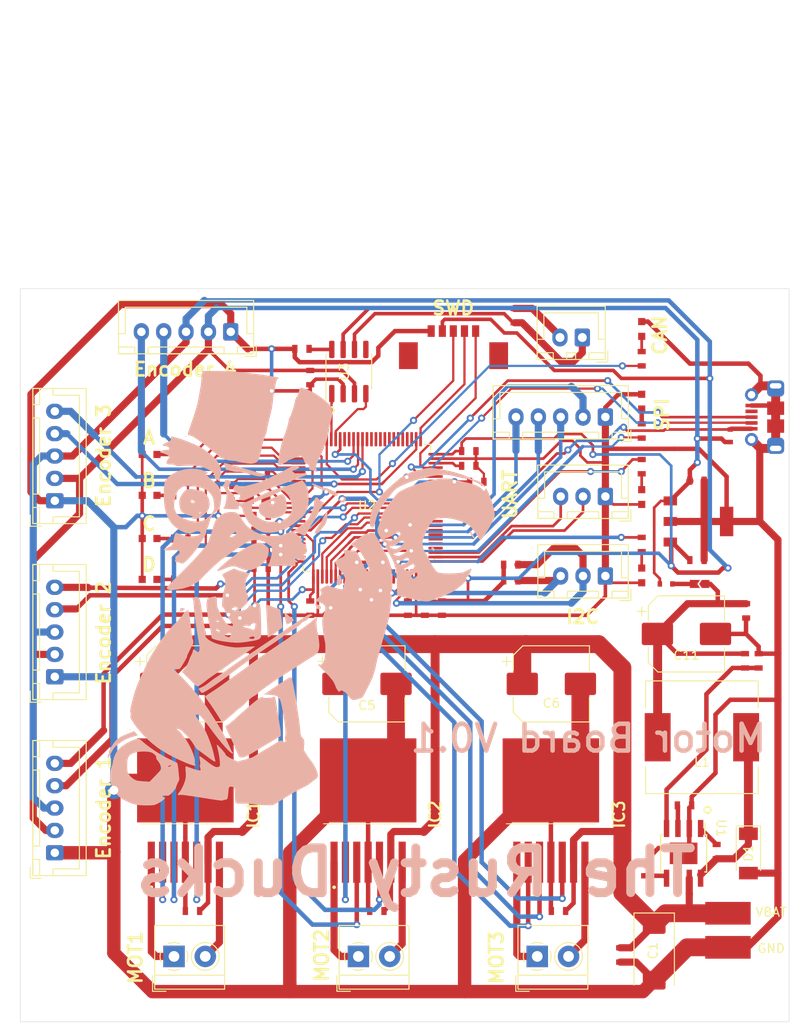
<source format=kicad_pcb>
(kicad_pcb (version 20171130) (host pcbnew 5.0.2-bee76a0~70~ubuntu18.04.1)
  (layers (0 F.Cu signal) (31 B.Cu signal) (34 B.Paste user) (35 F.Paste user) (36 B.SilkS user) (37 F.SilkS user) (38 B.Mask user) (39 F.Mask user) (44 Edge.Cuts user))
  (net 0 "")
  (net 1 VBAT)
  (net 2 GND)
  (net 3 "Net-(C3-Pad2)")
  (net 4 "Net-(C10-Pad2)")
  (net 5 "Net-(C10-Pad1)")
  (net 6 +5V)
  (net 7 "Net-(C13-Pad1)")
  (net 8 "Net-(C14-Pad1)")
  (net 9 "Net-(C15-Pad2)")
  (net 10 "Net-(C16-Pad1)")
  (net 11 /NRST)
  (net 12 +3V3)
  (net 13 "Net-(IC1-Pad1)")
  (net 14 /TLE_EF_1)
  (net 15 /PWM1A)
  (net 16 /PWM1B)
  (net 17 "Net-(IC1-Pad7)")
  (net 18 "Net-(IC2-Pad1)")
  (net 19 /TLE_EF_2)
  (net 20 /PWM2A)
  (net 21 /PWM2B)
  (net 22 "Net-(IC2-Pad7)")
  (net 23 "Net-(IC3-Pad7)")
  (net 24 /PWM3B)
  (net 25 /PWM3A)
  (net 26 /TLE_EF_3)
  (net 27 "Net-(IC3-Pad1)")
  (net 28 /UART5_TX)
  (net 29 /UART5_RX)
  (net 30 /I2C2_SDA)
  (net 31 /I2C2_SCL)
  (net 32 /USB_VBUS)
  (net 33 /USB_DM)
  (net 34 /USB_DP)
  (net 35 "Net-(J6-Pad4)")
  (net 36 /ENC2A)
  (net 37 /ENC2B)
  (net 38 /ENC3B)
  (net 39 /ENC3A)
  (net 40 /ENC4A)
  (net 41 /ENC4B)
  (net 42 /ENC8B)
  (net 43 /ENC8A)
  (net 44 /SWDCLK)
  (net 45 /SWDIO)
  (net 46 /SPI1_NSS)
  (net 47 /SPI1_MOSI)
  (net 48 /SPI1_MISO)
  (net 49 /SPI1_SCK)
  (net 50 /CANL)
  (net 51 /CANH)
  (net 52 "Net-(LED1-Pad2)")
  (net 53 "Net-(LED2-Pad2)")
  (net 54 "Net-(LED3-Pad2)")
  (net 55 "Net-(LED4-Pad2)")
  (net 56 "Net-(LED5-Pad2)")
  (net 57 "Net-(LED6-Pad2)")
  (net 58 "Net-(LED7-Pad2)")
  (net 59 "Net-(LED8-Pad2)")
  (net 60 "Net-(R1-Pad2)")
  (net 61 "Net-(R2-Pad2)")
  (net 62 "Net-(R4-Pad1)")
  (net 63 /LED1)
  (net 64 /LED2)
  (net 65 /LED4)
  (net 66 /LED3)
  (net 67 /ADC_POWER)
  (net 68 "Net-(R12-Pad1)")
  (net 69 /LED_UART)
  (net 70 /LED_CAN)
  (net 71 /LED_SPI)
  (net 72 /LED_I2C)
  (net 73 "Net-(U2-Pad5)")
  (net 74 "Net-(U2-Pad6)")
  (net 75 "Net-(U2-Pad7)")
  (net 76 "Net-(U2-Pad8)")
  (net 77 "Net-(U2-Pad9)")
  (net 78 "Net-(U2-Pad15)")
  (net 79 "Net-(U2-Pad16)")
  (net 80 "Net-(U2-Pad33)")
  (net 81 "Net-(U2-Pad34)")
  (net 82 "Net-(U2-Pad36)")
  (net 83 "Net-(U2-Pad37)")
  (net 84 "Net-(U2-Pad40)")
  (net 85 /TLE_EF_4)
  (net 86 /PWM4A)
  (net 87 /PWM4B)
  (net 88 "Net-(U2-Pad54)")
  (net 89 "Net-(U2-Pad55)")
  (net 90 "Net-(U2-Pad56)")
  (net 91 "Net-(U2-Pad57)")
  (net 92 "Net-(U2-Pad58)")
  (net 93 "Net-(U2-Pad61)")
  (net 94 "Net-(U2-Pad62)")
  (net 95 "Net-(U2-Pad65)")
  (net 96 "Net-(U2-Pad66)")
  (net 97 "Net-(U2-Pad67)")
  (net 98 "Net-(U2-Pad69)")
  (net 99 "Net-(U2-Pad78)")
  (net 100 "Net-(U2-Pad79)")
  (net 101 "Net-(U2-Pad80)")
  (net 102 "Net-(U2-Pad81)")
  (net 103 "Net-(U2-Pad82)")
  (net 104 "Net-(U2-Pad83)")
  (net 105 "Net-(U2-Pad84)")
  (net 106 "Net-(U2-Pad85)")
  (net 107 "Net-(U2-Pad86)")
  (net 108 "Net-(U2-Pad87)")
  (net 109 "Net-(U2-Pad88)")
  (net 110 "Net-(U2-Pad92)")
  (net 111 "Net-(U2-Pad93)")
  (net 112 /CAN1_RX)
  (net 113 /CAN1_TX)
  (net 114 "Net-(U2-Pad98)")
  (net 115 "Net-(U3-Pad5)")
  (net 116 "Net-(C11-Pad1)")
  (net 117 "Net-(D2-Pad2)")
  (module MountingHole:MountingHole_5mm (layer F.Cu) (at 189 45)
    (fp_text reference REF** hide)
    (fp_text value MountingHole_5mm hide)
    (pad 1 np_thru_hole circle (at 0 0) (size 5 5) (drill 5) (layers *.Cu *.Mask))
  )
  (module MountingHole:MountingHole_3mm (layer F.Cu) (at 109 151)
    (fp_text reference REF** hide)
    (fp_text value MountingHole_3mm hide)
    (pad 1 np_thru_hole circle (at 0 0) (size 3 3) (drill 3) (layers *.Cu *.Mask))
  )
  (module MountingHole:MountingHole_3mm (layer F.Cu) (at 189 151)
    (fp_text reference REF** hide)
    (fp_text value MountingHole_3mm hide)
    (pad 1 np_thru_hole circle (at 0 0) (size 3 3) (drill 3) (layers *.Cu *.Mask))
  )
  (module MountingHole:MountingHole_3mm (layer F.Cu) (at 189 75)
    (fp_text reference REF** hide)
    (fp_text value MountingHole_3mm hide)
    (pad 1 np_thru_hole circle (at 0 0) (size 3 3) (drill 3) (layers *.Cu *.Mask))
  )
  (module MountingHole:MountingHole_3mm (layer F.Cu) (at 109 75)
    (fp_text reference REF** hide)
    (fp_text value MountingHole_3mm hide)
    (pad 1 np_thru_hole circle (at 0 0) (size 3 3) (drill 3) (layers *.Cu *.Mask))
  )
  (module myFootprints:TLE52052GAUMA1 (layer F.Cu) (at 165.354 130.825)
    (fp_text reference IC3 (at 7.62 -0.015 90) (layer F.SilkS) (effects (font (size 1.27 1.27) (thickness 0.254))))
    (fp_text value TLE52062GAUMA1 hide)
    (pad 8 smd rect (at 0 -3.825 90) (size 9.4 10.8) (layers F.Cu F.Paste F.Mask) (net 2 GND))
    (pad 7 smd rect (at 3.81 5.325) (size 0.8 4.6) (layers F.Cu F.Paste F.Mask) (net 23 "Net-(IC3-Pad7)"))
    (pad 6 smd rect (at 2.54 5.325) (size 0.8 4.6) (layers F.Cu F.Paste F.Mask) (net 1 VBAT))
    (pad 5 smd rect (at 1.27 5.325) (size 0.8 4.6) (layers F.Cu F.Paste F.Mask) (net 24 /PWM3B))
    (pad 4 smd rect (at 0 5.325) (size 0.8 4.6) (layers F.Cu F.Paste F.Mask) (net 2 GND))
    (pad 3 smd rect (at -1.27 5.325) (size 0.8 4.6) (layers F.Cu F.Paste F.Mask) (net 25 /PWM3A))
    (pad 2 smd rect (at -2.54 5.325) (size 0.8 4.6) (layers F.Cu F.Paste F.Mask) (net 26 /TLE_EF_3))
    (pad 1 smd rect (at -3.81 5.325) (size 0.8 4.6) (layers F.Cu F.Paste F.Mask) (net 27 "Net-(IC3-Pad1)"))
  )
  (module myFootprints:TLE52052GAUMA1 (layer F.Cu) (at 144.907 130.825)
    (fp_text reference IC2 (at 7.493 -0.015 90) (layer F.SilkS) (effects (font (size 1.27 1.27) (thickness 0.254))))
    (fp_text value TLE52062GAUMA1 hide)
    (pad 8 smd rect (at 0 -3.825 90) (size 9.4 10.8) (layers F.Cu F.Paste F.Mask) (net 2 GND))
    (pad 7 smd rect (at 3.81 5.325) (size 0.8 4.6) (layers F.Cu F.Paste F.Mask) (net 22 "Net-(IC2-Pad7)"))
    (pad 6 smd rect (at 2.54 5.325) (size 0.8 4.6) (layers F.Cu F.Paste F.Mask) (net 1 VBAT))
    (pad 5 smd rect (at 1.27 5.325) (size 0.8 4.6) (layers F.Cu F.Paste F.Mask) (net 21 /PWM2B))
    (pad 4 smd rect (at 0 5.325) (size 0.8 4.6) (layers F.Cu F.Paste F.Mask) (net 2 GND))
    (pad 3 smd rect (at -1.27 5.325) (size 0.8 4.6) (layers F.Cu F.Paste F.Mask) (net 20 /PWM2A))
    (pad 2 smd rect (at -2.54 5.325) (size 0.8 4.6) (layers F.Cu F.Paste F.Mask) (net 19 /TLE_EF_2))
    (pad 1 smd rect (at -3.81 5.325) (size 0.8 4.6) (layers F.Cu F.Paste F.Mask) (net 18 "Net-(IC2-Pad1)"))
  )
  (module myFootprints:TLE52052GAUMA1 (layer F.Cu) (at 124.46 130.825)
    (fp_text reference IC1 (at 7.62 -0.015 90) (layer F.SilkS) (effects (font (size 1.27 1.27) (thickness 0.254))))
    (fp_text value TLE52062GAUMA1 hide)
    (pad 8 smd rect (at 0 -3.825 90) (size 9.4 10.8) (layers F.Cu F.Paste F.Mask) (net 2 GND))
    (pad 7 smd rect (at 3.81 5.325) (size 0.8 4.6) (layers F.Cu F.Paste F.Mask) (net 17 "Net-(IC1-Pad7)"))
    (pad 6 smd rect (at 2.54 5.325) (size 0.8 4.6) (layers F.Cu F.Paste F.Mask) (net 1 VBAT))
    (pad 5 smd rect (at 1.27 5.325) (size 0.8 4.6) (layers F.Cu F.Paste F.Mask) (net 16 /PWM1B))
    (pad 4 smd rect (at 0 5.325) (size 0.8 4.6) (layers F.Cu F.Paste F.Mask) (net 2 GND))
    (pad 3 smd rect (at -1.27 5.325) (size 0.8 4.6) (layers F.Cu F.Paste F.Mask) (net 15 /PWM1A))
    (pad 2 smd rect (at -2.54 5.325) (size 0.8 4.6) (layers F.Cu F.Paste F.Mask) (net 14 /TLE_EF_1))
    (pad 1 smd rect (at -3.81 5.325) (size 0.8 4.6) (layers F.Cu F.Paste F.Mask) (net 13 "Net-(IC1-Pad1)"))
  )
  (module _Diodes_GRZ:PMEG2010EB (layer F.Cu) (at 185.42 88.457 90)
    (fp_text reference D3)
    (fp_text value PMEG2010EB)
    (pad 1 smd rect (at -0.7 0 270) (size 0.5 0.6) (layers F.Cu F.Paste F.Mask) (net 6 +5V))
    (pad 2 smd rect (at 0.7 0 270) (size 0.5 0.6) (layers F.Cu F.Paste F.Mask) (net 32 /USB_VBUS))
  )
  (module myFootprints:Power_pads (layer F.Cu) (at 185.166 143.764 180)
    (fp_text reference P1 hide)
    (fp_text value Power_pads)
    (fp_text user VBAT (at -4.834 2.032 180) (layer F.SilkS))
    (fp_text user GND (at -4.834 -2.032 180) (layer F.SilkS))
    (pad 2 smd rect (at 0 1.905 180) (size 5.08 2.54) (layers F.Cu F.Paste F.Mask) (net 1 VBAT))
    (pad 1 smd rect (at 0 -1.905 180) (size 5.08 2.54) (layers F.Cu F.Paste F.Mask) (net 2 GND))
  )
  (module Capacitor_Tantalum_SMD:CP_EIA-7343-31_Kemet-D (layer F.Cu) (at 176.911 146.2415 270)
    (fp_text reference C1 (at -0.1915 0.127 270) (layer F.SilkS))
    (fp_text value 22uF)
    (pad 2 smd roundrect (at 3.1125 0 270) (size 2.075 2.55) (layers F.Cu F.Paste F.Mask) (roundrect_rratio 0.120482) (net 2 GND))
    (pad 1 smd roundrect (at -3.1125 0 270) (size 2.075 2.55) (layers F.Cu F.Paste F.Mask) (roundrect_rratio 0.120482) (net 1 VBAT))
  )
  (module _Capacitors_GRZ:C_0603 (layer F.Cu) (at 173.101 146.52 90)
    (fp_text reference C2)
    (fp_text value 6.8nF)
    (pad 2 smd roundrect (at 0.8 0 90) (size 0.6 0.9) (layers F.Cu F.Paste F.Mask) (roundrect_rratio 0.0833) (net 1 VBAT))
    (pad 1 smd roundrect (at -0.8 0 90) (size 0.6 0.9) (layers F.Cu F.Paste F.Mask) (roundrect_rratio 0.0833) (net 2 GND))
  )
  (module _Capacitors_GRZ:C_0603 (layer F.Cu) (at 175.895 136.868 270)
    (fp_text reference C3)
    (fp_text value 1uF)
    (pad 2 smd roundrect (at 0.8 0 270) (size 0.6 0.9) (layers F.Cu F.Paste F.Mask) (roundrect_rratio 0.0833) (net 3 "Net-(C3-Pad2)"))
    (pad 1 smd roundrect (at -0.8 0 270) (size 0.6 0.9) (layers F.Cu F.Paste F.Mask) (roundrect_rratio 0.0833) (net 2 GND))
  )
  (module Capacitor_SMD:CP_Elec_8x10 (layer F.Cu) (at 124.385 116.205)
    (fp_text reference C4 (at 0.075 2.159) (layer F.SilkS))
    (fp_text value 100uF)
    (pad 2 smd roundrect (at 3.25 0) (size 3.5 2.5) (layers F.Cu F.Paste F.Mask) (roundrect_rratio 0.1) (net 2 GND))
    (pad 1 smd roundrect (at -3.25 0) (size 3.5 2.5) (layers F.Cu F.Paste F.Mask) (roundrect_rratio 0.1) (net 1 VBAT))
  )
  (module Capacitor_SMD:CP_Elec_8x10 (layer F.Cu) (at 144.78 116.205)
    (fp_text reference C5 (at 0 2.413) (layer F.SilkS))
    (fp_text value 100uF)
    (pad 2 smd roundrect (at 3.25 0) (size 3.5 2.5) (layers F.Cu F.Paste F.Mask) (roundrect_rratio 0.1) (net 2 GND))
    (pad 1 smd roundrect (at -3.25 0) (size 3.5 2.5) (layers F.Cu F.Paste F.Mask) (roundrect_rratio 0.1) (net 1 VBAT))
  )
  (module Capacitor_SMD:CP_Elec_8x10 (layer F.Cu) (at 165.406 116.205)
    (fp_text reference C6 (at 0 2.159) (layer F.SilkS))
    (fp_text value 100uF)
    (pad 2 smd roundrect (at 3.25 0) (size 3.5 2.5) (layers F.Cu F.Paste F.Mask) (roundrect_rratio 0.1) (net 2 GND))
    (pad 1 smd roundrect (at -3.25 0) (size 3.5 2.5) (layers F.Cu F.Paste F.Mask) (roundrect_rratio 0.1) (net 1 VBAT))
  )
  (module _Capacitors_GRZ:C_0603 (layer F.Cu) (at 125.26 141.605)
    (fp_text reference C7)
    (fp_text value 100nF)
    (pad 2 smd roundrect (at 0.8 0) (size 0.6 0.9) (layers F.Cu F.Paste F.Mask) (roundrect_rratio 0.0833) (net 1 VBAT))
    (pad 1 smd roundrect (at -0.8 0) (size 0.6 0.9) (layers F.Cu F.Paste F.Mask) (roundrect_rratio 0.0833) (net 2 GND))
  )
  (module _Capacitors_GRZ:C_0603 (layer F.Cu) (at 145.885 141.605)
    (fp_text reference C8)
    (fp_text value 100nF)
    (pad 2 smd roundrect (at 0.8 0) (size 0.6 0.9) (layers F.Cu F.Paste F.Mask) (roundrect_rratio 0.0833) (net 1 VBAT))
    (pad 1 smd roundrect (at -0.8 0) (size 0.6 0.9) (layers F.Cu F.Paste F.Mask) (roundrect_rratio 0.0833) (net 2 GND))
  )
  (module _Capacitors_GRZ:C_0603 (layer F.Cu) (at 166.205 141.605)
    (fp_text reference C9)
    (fp_text value 100nF)
    (pad 2 smd roundrect (at 0.8 0) (size 0.6 0.9) (layers F.Cu F.Paste F.Mask) (roundrect_rratio 0.0833) (net 1 VBAT))
    (pad 1 smd roundrect (at -0.8 0) (size 0.6 0.9) (layers F.Cu F.Paste F.Mask) (roundrect_rratio 0.0833) (net 2 GND))
  )
  (module _Capacitors_GRZ:C_0603 (layer F.Cu) (at 183.896 134.963 270)
    (fp_text reference C10)
    (fp_text value 10nF)
    (pad 2 smd roundrect (at 0.8 0 270) (size 0.6 0.9) (layers F.Cu F.Paste F.Mask) (roundrect_rratio 0.0833) (net 4 "Net-(C10-Pad2)"))
    (pad 1 smd roundrect (at -0.8 0 270) (size 0.6 0.9) (layers F.Cu F.Paste F.Mask) (roundrect_rratio 0.0833) (net 5 "Net-(C10-Pad1)"))
  )
  (module Capacitor_SMD:CP_Elec_8x10 (layer F.Cu) (at 180.519 110.617)
    (fp_text reference C11 (at 0 2.383) (layer F.SilkS))
    (fp_text value 120uF)
    (pad 2 smd roundrect (at 3.25 0) (size 3.5 2.5) (layers F.Cu F.Paste F.Mask) (roundrect_rratio 0.1) (net 2 GND))
    (pad 1 smd roundrect (at -3.25 0) (size 3.5 2.5) (layers F.Cu F.Paste F.Mask) (roundrect_rratio 0.1) (net 116 "Net-(C11-Pad1)"))
  )
  (module _Capacitors_GRZ:C_0603 (layer F.Cu) (at 187.198 108.039 90)
    (fp_text reference C12)
    (fp_text value 1uF)
    (pad 2 smd roundrect (at 0.8 0 90) (size 0.6 0.9) (layers F.Cu F.Paste F.Mask) (roundrect_rratio 0.0833) (net 116 "Net-(C11-Pad1)"))
    (pad 1 smd roundrect (at -0.8 0 90) (size 0.6 0.9) (layers F.Cu F.Paste F.Mask) (roundrect_rratio 0.0833) (net 2 GND))
  )
  (module _Capacitors_GRZ:C_0603 (layer F.Cu) (at 149.352 107.734 270)
    (fp_text reference C13)
    (fp_text value 2.2uF)
    (pad 2 smd roundrect (at 0.8 0 270) (size 0.6 0.9) (layers F.Cu F.Paste F.Mask) (roundrect_rratio 0.0833) (net 2 GND))
    (pad 1 smd roundrect (at -0.8 0 270) (size 0.6 0.9) (layers F.Cu F.Paste F.Mask) (roundrect_rratio 0.0833) (net 7 "Net-(C13-Pad1)"))
  )
  (module _Capacitors_GRZ:C_0603 (layer F.Cu) (at 156.172 91.821)
    (fp_text reference C14)
    (fp_text value 2.2uF)
    (pad 2 smd roundrect (at 0.8 0) (size 0.6 0.9) (layers F.Cu F.Paste F.Mask) (roundrect_rratio 0.0833) (net 2 GND))
    (pad 1 smd roundrect (at -0.8 0) (size 0.6 0.9) (layers F.Cu F.Paste F.Mask) (roundrect_rratio 0.0833) (net 8 "Net-(C14-Pad1)"))
  )
  (module _Capacitors_GRZ:C_0603 (layer F.Cu) (at 128.867 93.98)
    (fp_text reference C15)
    (fp_text value 18pF)
    (pad 2 smd roundrect (at 0.8 0) (size 0.6 0.9) (layers F.Cu F.Paste F.Mask) (roundrect_rratio 0.0833) (net 9 "Net-(C15-Pad2)"))
    (pad 1 smd roundrect (at -0.8 0) (size 0.6 0.9) (layers F.Cu F.Paste F.Mask) (roundrect_rratio 0.0833) (net 2 GND))
  )
  (module _Capacitors_GRZ:C_0603 (layer F.Cu) (at 128.867 95.758 180)
    (fp_text reference C16)
    (fp_text value 18pF)
    (pad 2 smd roundrect (at 0.8 0 180) (size 0.6 0.9) (layers F.Cu F.Paste F.Mask) (roundrect_rratio 0.0833) (net 2 GND))
    (pad 1 smd roundrect (at -0.8 0 180) (size 0.6 0.9) (layers F.Cu F.Paste F.Mask) (roundrect_rratio 0.0833) (net 10 "Net-(C16-Pad1)"))
  )
  (module _Capacitors_GRZ:C_0603 (layer F.Cu) (at 132.931 97.409)
    (fp_text reference C17)
    (fp_text value 100nF)
    (pad 2 smd roundrect (at 0.8 0) (size 0.6 0.9) (layers F.Cu F.Paste F.Mask) (roundrect_rratio 0.0833) (net 11 /NRST))
    (pad 1 smd roundrect (at -0.8 0) (size 0.6 0.9) (layers F.Cu F.Paste F.Mask) (roundrect_rratio 0.0833) (net 2 GND))
  )
  (module _Capacitors_GRZ:C_0603 (layer F.Cu) (at 153.162 107.734 90)
    (fp_text reference C18)
    (fp_text value 4.7uF)
    (pad 2 smd roundrect (at 0.8 0 90) (size 0.6 0.9) (layers F.Cu F.Paste F.Mask) (roundrect_rratio 0.0833) (net 12 +3V3))
    (pad 1 smd roundrect (at -0.8 0 90) (size 0.6 0.9) (layers F.Cu F.Paste F.Mask) (roundrect_rratio 0.0833) (net 2 GND))
  )
  (module _Capacitors_GRZ:C_0603 (layer F.Cu) (at 151.257 107.734 90)
    (fp_text reference C19)
    (fp_text value 100nF)
    (pad 2 smd roundrect (at 0.8 0 90) (size 0.6 0.9) (layers F.Cu F.Paste F.Mask) (roundrect_rratio 0.0833) (net 12 +3V3))
    (pad 1 smd roundrect (at -0.8 0 90) (size 0.6 0.9) (layers F.Cu F.Paste F.Mask) (roundrect_rratio 0.0833) (net 2 GND))
  )
  (module _Capacitors_GRZ:C_0603 (layer F.Cu) (at 181.699 93.472)
    (fp_text reference C20)
    (fp_text value 470nF)
    (pad 2 smd roundrect (at 0.8 0) (size 0.6 0.9) (layers F.Cu F.Paste F.Mask) (roundrect_rratio 0.0833) (net 2 GND))
    (pad 1 smd roundrect (at -0.8 0) (size 0.6 0.9) (layers F.Cu F.Paste F.Mask) (roundrect_rratio 0.0833) (net 6 +5V))
  )
  (module _Capacitors_GRZ:C_0603 (layer F.Cu) (at 138.43 107.734 270)
    (fp_text reference C21)
    (fp_text value 100nF)
    (pad 2 smd roundrect (at 0.8 0 270) (size 0.6 0.9) (layers F.Cu F.Paste F.Mask) (roundrect_rratio 0.0833) (net 12 +3V3))
    (pad 1 smd roundrect (at -0.8 0 270) (size 0.6 0.9) (layers F.Cu F.Paste F.Mask) (roundrect_rratio 0.0833) (net 2 GND))
  )
  (module _Capacitors_GRZ:C_0603 (layer F.Cu) (at 132.931 100.457)
    (fp_text reference C22)
    (fp_text value 100nF)
    (pad 2 smd roundrect (at 0.8 0) (size 0.6 0.9) (layers F.Cu F.Paste F.Mask) (roundrect_rratio 0.0833) (net 12 +3V3))
    (pad 1 smd roundrect (at -0.8 0) (size 0.6 0.9) (layers F.Cu F.Paste F.Mask) (roundrect_rratio 0.0833) (net 2 GND))
  )
  (module _Capacitors_GRZ:C_0603 (layer F.Cu) (at 132.842 92.456)
    (fp_text reference C23)
    (fp_text value 100nF)
    (pad 2 smd roundrect (at 0.8 0) (size 0.6 0.9) (layers F.Cu F.Paste F.Mask) (roundrect_rratio 0.0833) (net 12 +3V3))
    (pad 1 smd roundrect (at -0.8 0) (size 0.6 0.9) (layers F.Cu F.Paste F.Mask) (roundrect_rratio 0.0833) (net 2 GND))
  )
  (module _Capacitors_GRZ:C_0603 (layer F.Cu) (at 181.699 102.362)
    (fp_text reference C24)
    (fp_text value 330nF)
    (pad 2 smd roundrect (at 0.8 0) (size 0.6 0.9) (layers F.Cu F.Paste F.Mask) (roundrect_rratio 0.0833) (net 2 GND))
    (pad 1 smd roundrect (at -0.8 0) (size 0.6 0.9) (layers F.Cu F.Paste F.Mask) (roundrect_rratio 0.0833) (net 12 +3V3))
  )
  (module _Capacitors_GRZ:C_0603 (layer F.Cu) (at 132.931 101.854)
    (fp_text reference C25)
    (fp_text value 100nF)
    (pad 2 smd roundrect (at 0.8 0) (size 0.6 0.9) (layers F.Cu F.Paste F.Mask) (roundrect_rratio 0.0833) (net 12 +3V3))
    (pad 1 smd roundrect (at -0.8 0) (size 0.6 0.9) (layers F.Cu F.Paste F.Mask) (roundrect_rratio 0.0833) (net 2 GND))
  )
  (module _Capacitors_GRZ:C_0603 (layer F.Cu) (at 132.931 99.06)
    (fp_text reference C26)
    (fp_text value 1uF)
    (pad 2 smd roundrect (at 0.8 0) (size 0.6 0.9) (layers F.Cu F.Paste F.Mask) (roundrect_rratio 0.0833) (net 12 +3V3))
    (pad 1 smd roundrect (at -0.8 0) (size 0.6 0.9) (layers F.Cu F.Paste F.Mask) (roundrect_rratio 0.0833) (net 2 GND))
  )
  (module _Capacitors_GRZ:C_0603 (layer F.Cu) (at 138.43 85.306 270)
    (fp_text reference C27)
    (fp_text value 100nF)
    (pad 2 smd roundrect (at 0.8 0 270) (size 0.6 0.9) (layers F.Cu F.Paste F.Mask) (roundrect_rratio 0.0833) (net 12 +3V3))
    (pad 1 smd roundrect (at -0.8 0 270) (size 0.6 0.9) (layers F.Cu F.Paste F.Mask) (roundrect_rratio 0.0833) (net 2 GND))
  )
  (module _Capacitors_GRZ:C_0603 (layer F.Cu) (at 132.931 103.251 180)
    (fp_text reference C28)
    (fp_text value 1uF)
    (pad 2 smd roundrect (at 0.8 0 180) (size 0.6 0.9) (layers F.Cu F.Paste F.Mask) (roundrect_rratio 0.0833) (net 2 GND))
    (pad 1 smd roundrect (at -0.8 0 180) (size 0.6 0.9) (layers F.Cu F.Paste F.Mask) (roundrect_rratio 0.0833) (net 12 +3V3))
  )
  (module _Capacitors_GRZ:C_0603 (layer F.Cu) (at 156.172 90.17)
    (fp_text reference C29)
    (fp_text value 100nF)
    (pad 2 smd roundrect (at 0.8 0) (size 0.6 0.9) (layers F.Cu F.Paste F.Mask) (roundrect_rratio 0.0833) (net 2 GND))
    (pad 1 smd roundrect (at -0.8 0) (size 0.6 0.9) (layers F.Cu F.Paste F.Mask) (roundrect_rratio 0.0833) (net 12 +3V3))
  )
  (module _Capacitors_GRZ:C_0603 (layer F.Cu) (at 138.43 81.953 90)
    (fp_text reference C30)
    (fp_text value 100nF)
    (pad 2 smd roundrect (at 0.8 0 90) (size 0.6 0.9) (layers F.Cu F.Paste F.Mask) (roundrect_rratio 0.0833) (net 6 +5V))
    (pad 1 smd roundrect (at -0.8 0 90) (size 0.6 0.9) (layers F.Cu F.Paste F.Mask) (roundrect_rratio 0.0833) (net 2 GND))
  )
  (module Diode_SMD:D_SOD-128 (layer F.Cu) (at 187.452 135.169 270)
    (fp_text reference D1 (at -0.041 0 270) (layer F.SilkS))
    (fp_text value PMEG4050ETP)
    (pad 2 smd rect (at 2.2 0 270) (size 1.4 2.1) (layers F.Cu F.Paste F.Mask) (net 2 GND))
    (pad 1 smd rect (at -2.2 0 270) (size 1.4 2.1) (layers F.Cu F.Paste F.Mask) (net 4 "Net-(C10-Pad2)"))
  )
  (module _Regulators_GRZ:LM3940IMP (layer F.Cu) (at 181.864 98.044)
    (fp_text reference IC4)
    (fp_text value LM3940IMP-3.3)
    (pad 1 smd rect (at -3.15 -2.3) (size 1.5 1) (layers F.Cu F.Paste F.Mask) (net 6 +5V))
    (pad 3 smd rect (at -3.15 2.3) (size 1.5 1) (layers F.Cu F.Paste F.Mask) (net 12 +3V3))
    (pad 2 smd rect (at -3.15 0) (size 1.5 1) (layers F.Cu F.Paste F.Mask) (net 2 GND))
    (pad 4 smd rect (at 3.15 0) (size 1.5 3.3) (layers F.Cu F.Paste F.Mask) (net 2 GND))
  )
  (module TerminalBlock_4Ucon:TerminalBlock_4Ucon_1x02_P3.50mm_Horizontal (layer F.Cu) (at 123.19 146.685)
    (fp_text reference J1 hide)
    (fp_text value MOT1)
    (pad 2 thru_hole circle (at 3.5 0) (size 2.4 2.4) (drill 1.2) (layers *.Cu *.Mask) (net 17 "Net-(IC1-Pad7)"))
    (pad 1 thru_hole rect (at 0 0) (size 2.4 2.4) (drill 1.2) (layers *.Cu *.Mask) (net 13 "Net-(IC1-Pad1)"))
  )
  (module TerminalBlock_4Ucon:TerminalBlock_4Ucon_1x02_P3.50mm_Horizontal (layer F.Cu) (at 143.82 146.685)
    (fp_text reference J2 hide)
    (fp_text value MOT2)
    (pad 2 thru_hole circle (at 3.5 0) (size 2.4 2.4) (drill 1.2) (layers *.Cu *.Mask) (net 22 "Net-(IC2-Pad7)"))
    (pad 1 thru_hole rect (at 0 0) (size 2.4 2.4) (drill 1.2) (layers *.Cu *.Mask) (net 18 "Net-(IC2-Pad1)"))
  )
  (module TerminalBlock_4Ucon:TerminalBlock_4Ucon_1x02_P3.50mm_Horizontal (layer F.Cu) (at 163.83 146.685)
    (fp_text reference J3 hide)
    (fp_text value MOT3)
    (pad 2 thru_hole circle (at 3.5 0) (size 2.4 2.4) (drill 1.2) (layers *.Cu *.Mask) (net 23 "Net-(IC3-Pad7)"))
    (pad 1 thru_hole rect (at 0 0) (size 2.4 2.4) (drill 1.2) (layers *.Cu *.Mask) (net 27 "Net-(IC3-Pad1)"))
  )
  (module Connector_JST:JST_XH_B3B-XH-A_1x03_P2.50mm_Vertical (layer F.Cu) (at 171.45 95.25 180)
    (fp_text reference J4 hide)
    (fp_text value UART)
    (pad 3 thru_hole oval (at 5 0 180) (size 1.7 1.95) (drill 0.95) (layers *.Cu *.Mask) (net 28 /UART5_TX))
    (pad 2 thru_hole oval (at 2.5 0 180) (size 1.7 1.95) (drill 0.95) (layers *.Cu *.Mask) (net 29 /UART5_RX))
    (pad 1 thru_hole roundrect (at 0 0 180) (size 1.7 1.95) (drill 0.95) (layers *.Cu *.Mask) (roundrect_rratio 0.147059) (net 2 GND))
  )
  (module Connector_JST:JST_XH_B3B-XH-A_1x03_P2.50mm_Vertical (layer F.Cu) (at 171.45 104.14 180)
    (fp_text reference J5 hide)
    (fp_text value I2C)
    (pad 3 thru_hole oval (at 5 0 180) (size 1.7 1.95) (drill 0.95) (layers *.Cu *.Mask) (net 31 /I2C2_SCL))
    (pad 2 thru_hole oval (at 2.5 0 180) (size 1.7 1.95) (drill 0.95) (layers *.Cu *.Mask) (net 30 /I2C2_SDA))
    (pad 1 thru_hole roundrect (at 0 0 180) (size 1.7 1.95) (drill 0.95) (layers *.Cu *.Mask) (roundrect_rratio 0.147059) (net 2 GND))
  )
  (module _Connectors_GRZ:USB_Micro-B_Molex_105017-0001 (layer F.Cu) (at 190.5 86.376 90)
    (fp_text reference J6)
    (fp_text value USB_Micro-B_Rec)
    (pad 6 thru_hole circle (at -2.5 -2.7 90) (size 1.45 1.45) (drill 0.85) (layers *.Cu *.Mask F.Paste) (net 2 GND))
    (pad 6 thru_hole circle (at 2.5 -2.7 90) (size 1.45 1.45) (drill 0.85) (layers *.Cu *.Mask F.Paste) (net 2 GND))
    (pad 6 thru_hole roundrect (at -3.5 0 90) (size 1.8 1.9) (drill oval 0.6 1.3 (offset 0.3 0)) (layers *.Cu *.Mask F.Paste) (net 2 GND))
    (pad 6 thru_hole roundrect (at 3.5 0 90) (size 1.8 1.9) (drill oval 0.6 1.3 (offset -0.3 0)) (layers *.Cu *.Mask F.Paste) (net 2 GND))
    (pad 6 smd rect (at 1 0 90) (size 1.5 1.9) (layers F.Cu F.Paste F.Mask) (net 2 GND))
    (pad 6 smd rect (at -1 0 90) (size 1.5 1.9) (layers F.Cu F.Paste F.Mask) (net 2 GND))
    (pad 5 smd rect (at 1.3 -2.7 90) (size 0.4 1.35) (layers F.Cu F.Paste F.Mask) (net 2 GND))
    (pad 4 smd rect (at 0.65 -2.7 90) (size 0.4 1.35) (layers F.Cu F.Paste F.Mask) (net 35 "Net-(J6-Pad4)"))
    (pad 3 smd rect (at 0 -2.7 90) (size 0.4 1.35) (layers F.Cu F.Paste F.Mask) (net 34 /USB_DP))
    (pad 2 smd rect (at -0.65 -2.7 90) (size 0.4 1.35) (layers F.Cu F.Paste F.Mask) (net 33 /USB_DM))
    (pad 1 smd rect (at -1.3 -2.7 90) (size 0.4 1.35) (layers F.Cu F.Paste F.Mask) (net 32 /USB_VBUS))
  )
  (module Connector_JST:JST_XH_B5B-XH-A_1x05_P2.50mm_Vertical (layer F.Cu) (at 109.855 95.725 90)
    (fp_text reference J7 hide)
    (fp_text value ENC2)
    (pad 5 thru_hole oval (at 10 0 90) (size 1.7 1.95) (drill 0.95) (layers *.Cu *.Mask) (net 37 /ENC2B))
    (pad 4 thru_hole oval (at 7.5 0 90) (size 1.7 1.95) (drill 0.95) (layers *.Cu *.Mask) (net 36 /ENC2A))
    (pad 3 thru_hole oval (at 5 0 90) (size 1.7 1.95) (drill 0.95) (layers *.Cu *.Mask) (net 12 +3V3))
    (pad 2 thru_hole oval (at 2.5 0 90) (size 1.7 1.95) (drill 0.95) (layers *.Cu *.Mask) (net 6 +5V))
    (pad 1 thru_hole roundrect (at 0 0 90) (size 1.7 1.95) (drill 0.95) (layers *.Cu *.Mask) (roundrect_rratio 0.147059) (net 2 GND))
  )
  (module Connector_JST:JST_XH_B5B-XH-A_1x05_P2.50mm_Vertical (layer F.Cu) (at 129.54 76.835 180)
    (fp_text reference J8 hide)
    (fp_text value ENC3)
    (pad 5 thru_hole oval (at 10 0 180) (size 1.7 1.95) (drill 0.95) (layers *.Cu *.Mask) (net 39 /ENC3A))
    (pad 4 thru_hole oval (at 7.5 0 180) (size 1.7 1.95) (drill 0.95) (layers *.Cu *.Mask) (net 38 /ENC3B))
    (pad 3 thru_hole oval (at 5 0 180) (size 1.7 1.95) (drill 0.95) (layers *.Cu *.Mask) (net 12 +3V3))
    (pad 2 thru_hole oval (at 2.5 0 180) (size 1.7 1.95) (drill 0.95) (layers *.Cu *.Mask) (net 6 +5V))
    (pad 1 thru_hole roundrect (at 0 0 180) (size 1.7 1.95) (drill 0.95) (layers *.Cu *.Mask) (roundrect_rratio 0.147059) (net 2 GND))
  )
  (module Connector_JST:JST_XH_B5B-XH-A_1x05_P2.50mm_Vertical (layer F.Cu) (at 109.855 135.095 90)
    (fp_text reference J9 hide)
    (fp_text value ENC4)
    (pad 5 thru_hole oval (at 10 0 90) (size 1.7 1.95) (drill 0.95) (layers *.Cu *.Mask) (net 41 /ENC4B))
    (pad 4 thru_hole oval (at 7.5 0 90) (size 1.7 1.95) (drill 0.95) (layers *.Cu *.Mask) (net 40 /ENC4A))
    (pad 3 thru_hole oval (at 5 0 90) (size 1.7 1.95) (drill 0.95) (layers *.Cu *.Mask) (net 12 +3V3))
    (pad 2 thru_hole oval (at 2.5 0 90) (size 1.7 1.95) (drill 0.95) (layers *.Cu *.Mask) (net 6 +5V))
    (pad 1 thru_hole roundrect (at 0 0 90) (size 1.7 1.95) (drill 0.95) (layers *.Cu *.Mask) (roundrect_rratio 0.147059) (net 2 GND))
  )
  (module Connector_JST:JST_XH_B5B-XH-A_1x05_P2.50mm_Vertical (layer F.Cu) (at 109.855 115.41 90)
    (fp_text reference J10 hide)
    (fp_text value ENC8)
    (pad 5 thru_hole oval (at 10 0 90) (size 1.7 1.95) (drill 0.95) (layers *.Cu *.Mask) (net 42 /ENC8B))
    (pad 4 thru_hole oval (at 7.5 0 90) (size 1.7 1.95) (drill 0.95) (layers *.Cu *.Mask) (net 43 /ENC8A))
    (pad 3 thru_hole oval (at 5 0 90) (size 1.7 1.95) (drill 0.95) (layers *.Cu *.Mask) (net 12 +3V3))
    (pad 2 thru_hole oval (at 2.5 0 90) (size 1.7 1.95) (drill 0.95) (layers *.Cu *.Mask) (net 6 +5V))
    (pad 1 thru_hole roundrect (at 0 0 90) (size 1.7 1.95) (drill 0.95) (layers *.Cu *.Mask) (roundrect_rratio 0.147059) (net 2 GND))
  )
  (module _Connectors_GRZ:PicoBlade_53398-0571 (layer F.Cu) (at 154.462 78.127)
    (fp_text reference J11)
    (fp_text value SWD)
    (pad 5 smd rect (at 2.475 -1.375) (size 0.8 1.3) (layers F.Cu F.Paste F.Mask) (net 45 /SWDIO))
    (pad 4 smd rect (at 1.225 -1.375) (size 0.8 1.3) (layers F.Cu F.Paste F.Mask) (net 44 /SWDCLK))
    (pad 3 smd rect (at -0.025 -1.375) (size 0.8 1.3) (layers F.Cu F.Paste F.Mask) (net 11 /NRST))
    (pad 1 smd rect (at -2.5 -1.375) (size 0.8 1.3) (layers F.Cu F.Paste F.Mask) (net 2 GND))
    (pad 2 smd rect (at -1.25 -1.375) (size 0.8 1.3) (layers F.Cu F.Paste F.Mask) (net 12 +3V3))
    (pad "" smd rect (at -5.05 1.375) (size 2.1 3) (layers F.Cu F.Paste F.Mask))
    (pad "" smd rect (at 5.05 1.375) (size 2.1 3) (layers F.Cu F.Paste F.Mask))
  )
  (module Connector_JST:JST_XH_B5B-XH-A_1x05_P2.50mm_Vertical (layer F.Cu) (at 171.45 86.36 180)
    (fp_text reference J12 hide)
    (fp_text value SPI)
    (pad 5 thru_hole oval (at 10 0 180) (size 1.7 1.95) (drill 0.95) (layers *.Cu *.Mask) (net 49 /SPI1_SCK))
    (pad 4 thru_hole oval (at 7.5 0 180) (size 1.7 1.95) (drill 0.95) (layers *.Cu *.Mask) (net 48 /SPI1_MISO))
    (pad 3 thru_hole oval (at 5 0 180) (size 1.7 1.95) (drill 0.95) (layers *.Cu *.Mask) (net 47 /SPI1_MOSI))
    (pad 2 thru_hole oval (at 2.5 0 180) (size 1.7 1.95) (drill 0.95) (layers *.Cu *.Mask) (net 46 /SPI1_NSS))
    (pad 1 thru_hole roundrect (at 0 0 180) (size 1.7 1.95) (drill 0.95) (layers *.Cu *.Mask) (roundrect_rratio 0.147059) (net 2 GND))
  )
  (module Connector_JST:JST_XH_B2B-XH-A_1x02_P2.50mm_Vertical (layer F.Cu) (at 168.87 77.47 180)
    (fp_text reference J13 hide)
    (fp_text value CAN)
    (pad 2 thru_hole oval (at 2.5 0 180) (size 1.7 2) (drill 1) (layers *.Cu *.Mask) (net 51 /CANH))
    (pad 1 thru_hole roundrect (at 0 0 180) (size 1.7 2) (drill 1) (layers *.Cu *.Mask) (roundrect_rratio 0.147059) (net 50 /CANL))
  )
  (module Inductor_SMD:L_Wuerth_WE-PD-Typ-LS (layer F.Cu) (at 182.248 122.174 180)
    (fp_text reference L1 (at 0 -2.794 180) (layer F.SilkS))
    (fp_text value 8.2uH)
    (pad 2 smd rect (at 4.95 0 180) (size 2.9 5.4) (layers F.Cu F.Paste F.Mask) (net 116 "Net-(C11-Pad1)"))
    (pad 1 smd rect (at -4.95 0 180) (size 2.9 5.4) (layers F.Cu F.Paste F.Mask) (net 4 "Net-(C10-Pad2)"))
  )
  (module _Opto_GRZ:KP-1608CGCK (layer F.Cu) (at 120.46 90.551)
    (fp_text reference LED1)
    (fp_text value KP-1608CGCK)
    (pad 2 smd rect (at 0.825 0 180) (size 0.8 0.8) (layers F.Cu F.Paste F.Mask) (net 52 "Net-(LED1-Pad2)"))
    (pad 1 smd rect (at -0.825 0 180) (size 0.8 0.8) (layers F.Cu F.Paste F.Mask) (net 2 GND))
  )
  (module _Opto_GRZ:KP-1608SYC (layer F.Cu) (at 120.46 95.123)
    (fp_text reference LED2)
    (fp_text value KP-1608SYC)
    (pad 2 smd rect (at 0.825 0 180) (size 0.8 0.8) (layers F.Cu F.Paste F.Mask) (net 53 "Net-(LED2-Pad2)"))
    (pad 1 smd rect (at -0.825 0 180) (size 0.8 0.8) (layers F.Cu F.Paste F.Mask) (net 2 GND))
  )
  (module _Opto_GRZ:KP-1608SURC (layer F.Cu) (at 120.46 104.521)
    (fp_text reference LED3)
    (fp_text value KP-1608SURC)
    (pad 2 smd rect (at 0.825 0 180) (size 0.8 0.8) (layers F.Cu F.Paste F.Mask) (net 54 "Net-(LED3-Pad2)"))
    (pad 1 smd rect (at -0.825 0 180) (size 0.8 0.8) (layers F.Cu F.Paste F.Mask) (net 2 GND))
  )
  (module _Opto_GRZ:KP-1608SEC (layer F.Cu) (at 120.46 99.949)
    (fp_text reference LED4)
    (fp_text value KP-1608SEC)
    (pad 2 smd rect (at 0.825 0 180) (size 0.8 0.8) (layers F.Cu F.Paste F.Mask) (net 55 "Net-(LED4-Pad2)"))
    (pad 1 smd rect (at -0.825 0 180) (size 0.8 0.8) (layers F.Cu F.Paste F.Mask) (net 2 GND))
  )
  (module _Opto_GRZ:KP-1608SYC (layer F.Cu) (at 175.514 95.313 90)
    (fp_text reference LED5)
    (fp_text value KP-1608SYC)
    (pad 2 smd rect (at 0.825 0 270) (size 0.8 0.8) (layers F.Cu F.Paste F.Mask) (net 56 "Net-(LED5-Pad2)"))
    (pad 1 smd rect (at -0.825 0 270) (size 0.8 0.8) (layers F.Cu F.Paste F.Mask) (net 2 GND))
  )
  (module _Opto_GRZ:KP-1608SYC (layer F.Cu) (at 175.514 76.517 270)
    (fp_text reference LED6)
    (fp_text value KP-1608SYC)
    (pad 2 smd rect (at 0.825 0 90) (size 0.8 0.8) (layers F.Cu F.Paste F.Mask) (net 57 "Net-(LED6-Pad2)"))
    (pad 1 smd rect (at -0.825 0 90) (size 0.8 0.8) (layers F.Cu F.Paste F.Mask) (net 2 GND))
  )
  (module _Opto_GRZ:KP-1608SYC (layer F.Cu) (at 175.514 84.645 270)
    (fp_text reference LED7)
    (fp_text value KP-1608SYC)
    (pad 2 smd rect (at 0.825 0 90) (size 0.8 0.8) (layers F.Cu F.Paste F.Mask) (net 58 "Net-(LED7-Pad2)"))
    (pad 1 smd rect (at -0.825 0 90) (size 0.8 0.8) (layers F.Cu F.Paste F.Mask) (net 2 GND))
  )
  (module _Opto_GRZ:KP-1608SYC (layer F.Cu) (at 175.514 104.076 90)
    (fp_text reference LED8)
    (fp_text value KP-1608SYC)
    (pad 2 smd rect (at 0.825 0 270) (size 0.8 0.8) (layers F.Cu F.Paste F.Mask) (net 59 "Net-(LED8-Pad2)"))
    (pad 1 smd rect (at -0.825 0 270) (size 0.8 0.8) (layers F.Cu F.Paste F.Mask) (net 2 GND))
  )
  (module _Misc_GRZ:Crystal_8Z (layer F.Cu) (at 132.552 94.856 180)
    (fp_text reference Q1)
    (fp_text value 8Z_16MHz)
    (pad 4 smd roundrect (at -0.925 -0.775 180) (size 1 0.9) (layers F.Cu F.Paste F.Mask) (roundrect_rratio 0.0555) (net 2 GND))
    (pad 3 smd roundrect (at 0.925 -0.775 180) (size 1 0.9) (layers F.Cu F.Paste F.Mask) (roundrect_rratio 0.055) (net 10 "Net-(C16-Pad1)"))
    (pad 2 smd roundrect (at 0.925 0.775 180) (size 1 0.9) (layers F.Cu F.Paste F.Mask) (roundrect_rratio 0.055) (net 2 GND))
    (pad 1 smd roundrect (at -0.925 0.775 180) (size 1 0.9) (layers F.Cu F.Paste F.Mask) (roundrect_rratio 0.055) (net 9 "Net-(C15-Pad2)"))
  )
  (module _Resistors_GRZ:R_0603 (layer F.Cu) (at 180.302 129.794 180)
    (fp_text reference R1)
    (fp_text value infΩ)
    (pad 2 smd rect (at 0.8 0 180) (size 0.6 0.9) (layers F.Cu F.Paste F.Mask) (net 60 "Net-(R1-Pad2)"))
    (pad 1 smd rect (at -0.8 0 180) (size 0.6 0.9) (layers F.Cu F.Paste F.Mask) (net 2 GND))
  )
  (module _Resistors_GRZ:R_0603 (layer F.Cu) (at 187.071 113.627 270)
    (fp_text reference R2)
    (fp_text value 1.5KΩ)
    (pad 2 smd rect (at 0.8 0 270) (size 0.6 0.9) (layers F.Cu F.Paste F.Mask) (net 61 "Net-(R2-Pad2)"))
    (pad 1 smd rect (at -0.8 0 270) (size 0.6 0.9) (layers F.Cu F.Paste F.Mask) (net 116 "Net-(C11-Pad1)"))
  )
  (module _Resistors_GRZ:R_0603 (layer F.Cu) (at 188.595 113.627 90)
    (fp_text reference R3)
    (fp_text value 1.5KΩ)
    (pad 2 smd rect (at 0.8 0 90) (size 0.6 0.9) (layers F.Cu F.Paste F.Mask) (net 2 GND))
    (pad 1 smd rect (at -0.8 0 90) (size 0.6 0.9) (layers F.Cu F.Paste F.Mask) (net 61 "Net-(R2-Pad2)"))
  )
  (module _Resistors_GRZ:R_0603 (layer F.Cu) (at 156.172 95.631 180)
    (fp_text reference R4)
    (fp_text value 1.5KΩ)
    (pad 2 smd rect (at 0.8 0 180) (size 0.6 0.9) (layers F.Cu F.Paste F.Mask) (net 32 /USB_VBUS))
    (pad 1 smd rect (at -0.8 0 180) (size 0.6 0.9) (layers F.Cu F.Paste F.Mask) (net 62 "Net-(R4-Pad1)"))
  )
  (module _Resistors_GRZ:R_0603 (layer F.Cu) (at 157.061 93.599 180)
    (fp_text reference R5)
    (fp_text value 2.2KΩ)
    (pad 2 smd rect (at 0.8 0 180) (size 0.6 0.9) (layers F.Cu F.Paste F.Mask) (net 62 "Net-(R4-Pad1)"))
    (pad 1 smd rect (at -0.8 0 180) (size 0.6 0.9) (layers F.Cu F.Paste F.Mask) (net 2 GND))
  )
  (module _Resistors_GRZ:R_0603 (layer F.Cu) (at 123.952 90.551)
    (fp_text reference R6)
    (fp_text value 390Ω)
    (pad 2 smd rect (at 0.8 0) (size 0.6 0.9) (layers F.Cu F.Paste F.Mask) (net 63 /LED1))
    (pad 1 smd rect (at -0.8 0) (size 0.6 0.9) (layers F.Cu F.Paste F.Mask) (net 52 "Net-(LED1-Pad2)"))
  )
  (module _Resistors_GRZ:R_0603 (layer F.Cu) (at 123.952 95.123)
    (fp_text reference R7)
    (fp_text value 390Ω)
    (pad 2 smd rect (at 0.8 0) (size 0.6 0.9) (layers F.Cu F.Paste F.Mask) (net 64 /LED2))
    (pad 1 smd rect (at -0.8 0) (size 0.6 0.9) (layers F.Cu F.Paste F.Mask) (net 53 "Net-(LED2-Pad2)"))
  )
  (module _Resistors_GRZ:R_0603 (layer F.Cu) (at 123.952 104.521)
    (fp_text reference R8)
    (fp_text value 390Ω)
    (pad 2 smd rect (at 0.8 0) (size 0.6 0.9) (layers F.Cu F.Paste F.Mask) (net 65 /LED4))
    (pad 1 smd rect (at -0.8 0) (size 0.6 0.9) (layers F.Cu F.Paste F.Mask) (net 54 "Net-(LED3-Pad2)"))
  )
  (module _Resistors_GRZ:R_0603 (layer F.Cu) (at 123.952 99.949)
    (fp_text reference R9)
    (fp_text value 390Ω)
    (pad 2 smd rect (at 0.8 0) (size 0.6 0.9) (layers F.Cu F.Paste F.Mask) (net 66 /LED3))
    (pad 1 smd rect (at -0.8 0) (size 0.6 0.9) (layers F.Cu F.Paste F.Mask) (net 55 "Net-(LED4-Pad2)"))
  )
  (module _Resistors_GRZ:R_0603 (layer F.Cu) (at 144.018 107.785 270)
    (fp_text reference R10)
    (fp_text value 2.2KΩ)
    (pad 2 smd rect (at 0.8 0 270) (size 0.6 0.9) (layers F.Cu F.Paste F.Mask) (net 2 GND))
    (pad 1 smd rect (at -0.8 0 270) (size 0.6 0.9) (layers F.Cu F.Paste F.Mask) (net 67 /ADC_POWER))
  )
  (module _Resistors_GRZ:R_0603 (layer F.Cu) (at 142.494 107.785 270)
    (fp_text reference R11)
    (fp_text value 10KΩ)
    (pad 2 smd rect (at 0.8 0 270) (size 0.6 0.9) (layers F.Cu F.Paste F.Mask) (net 1 VBAT))
    (pad 1 smd rect (at -0.8 0 270) (size 0.6 0.9) (layers F.Cu F.Paste F.Mask) (net 67 /ADC_POWER))
  )
  (module _Resistors_GRZ:R_0603 (layer F.Cu) (at 137.503 78.74 180)
    (fp_text reference R12)
    (fp_text value 0Ω)
    (pad 2 smd rect (at 0.8 0 180) (size 0.6 0.9) (layers F.Cu F.Paste F.Mask) (net 2 GND))
    (pad 1 smd rect (at -0.8 0 180) (size 0.6 0.9) (layers F.Cu F.Paste F.Mask) (net 68 "Net-(R12-Pad1)"))
  )
  (module _Resistors_GRZ:R_0603 (layer F.Cu) (at 175.514 91.91 90)
    (fp_text reference R13)
    (fp_text value 390Ω)
    (pad 2 smd rect (at 0.8 0 90) (size 0.6 0.9) (layers F.Cu F.Paste F.Mask) (net 69 /LED_UART))
    (pad 1 smd rect (at -0.8 0 90) (size 0.6 0.9) (layers F.Cu F.Paste F.Mask) (net 56 "Net-(LED5-Pad2)"))
  )
  (module _Resistors_GRZ:R_0603 (layer F.Cu) (at 175.514 79.845 270)
    (fp_text reference R14)
    (fp_text value 390Ω)
    (pad 2 smd rect (at 0.8 0 270) (size 0.6 0.9) (layers F.Cu F.Paste F.Mask) (net 70 /LED_CAN))
    (pad 1 smd rect (at -0.8 0 270) (size 0.6 0.9) (layers F.Cu F.Paste F.Mask) (net 57 "Net-(LED6-Pad2)"))
  )
  (module _Resistors_GRZ:R_0603 (layer F.Cu) (at 160.871 104.648)
    (fp_text reference R15)
    (fp_text value 2.2kΩ)
    (pad 2 smd rect (at 0.8 0) (size 0.6 0.9) (layers F.Cu F.Paste F.Mask) (net 31 /I2C2_SCL))
    (pad 1 smd rect (at -0.8 0) (size 0.6 0.9) (layers F.Cu F.Paste F.Mask) (net 12 +3V3))
  )
  (module _Resistors_GRZ:R_0603 (layer F.Cu) (at 160.871 102.87)
    (fp_text reference R16)
    (fp_text value 2.2kΩ)
    (pad 2 smd rect (at 0.8 0) (size 0.6 0.9) (layers F.Cu F.Paste F.Mask) (net 30 /I2C2_SDA))
    (pad 1 smd rect (at -0.8 0) (size 0.6 0.9) (layers F.Cu F.Paste F.Mask) (net 12 +3V3))
  )
  (module _Resistors_GRZ:R_0603 (layer F.Cu) (at 175.514 87.922 270)
    (fp_text reference R17)
    (fp_text value 390Ω)
    (pad 2 smd rect (at 0.8 0 270) (size 0.6 0.9) (layers F.Cu F.Paste F.Mask) (net 71 /LED_SPI))
    (pad 1 smd rect (at -0.8 0 270) (size 0.6 0.9) (layers F.Cu F.Paste F.Mask) (net 58 "Net-(LED7-Pad2)"))
  )
  (module _Resistors_GRZ:R_0603 (layer F.Cu) (at 175.514 100.622 90)
    (fp_text reference R18)
    (fp_text value 390Ω)
    (pad 2 smd rect (at 0.8 0 90) (size 0.6 0.9) (layers F.Cu F.Paste F.Mask) (net 72 /LED_I2C))
    (pad 1 smd rect (at -0.8 0 90) (size 0.6 0.9) (layers F.Cu F.Paste F.Mask) (net 59 "Net-(LED8-Pad2)"))
  )
  (module _Resistors_GRZ:R_0603 (layer F.Cu) (at 161.29 75.019 90)
    (fp_text reference R19)
    (fp_text value 120Ω)
    (pad 2 smd rect (at 0.8 0 90) (size 0.6 0.9) (layers F.Cu F.Paste F.Mask) (net 51 /CANH))
    (pad 1 smd rect (at -0.8 0 90) (size 0.6 0.9) (layers F.Cu F.Paste F.Mask) (net 50 /CANL))
  )
  (module Package_SO:TI_SO-PowerPAD-8 (layer F.Cu) (at 180.2 135.1605 270)
    (fp_text reference U1 (at -2.8265 -4.204 270 unlocked) (layer F.SilkS))
    (fp_text value LM22673MRE-ADJ)
    (pad 9 smd rect (at -0.6025 -0.775 270) (size 1.205 1.55) (layers F.Cu F.Paste F.Mask) (net 2 GND))
    (pad 9 smd rect (at -0.6025 0.775 270) (size 1.205 1.55) (layers F.Cu F.Paste F.Mask) (net 2 GND))
    (pad 9 smd rect (at 0.6025 -0.775 270) (size 1.205 1.55) (layers F.Cu F.Paste F.Mask) (net 2 GND))
    (pad 9 smd rect (at 0.6025 0.775 270) (size 1.205 1.55) (layers F.Cu F.Paste F.Mask) (net 2 GND))
    (pad 8 smd rect (at 2.78 -1.905 270) (size 1.91 0.61) (layers F.Cu F.Paste F.Mask) (net 4 "Net-(C10-Pad2)"))
    (pad 7 smd rect (at 2.78 -0.635 270) (size 1.91 0.61) (layers F.Cu F.Paste F.Mask) (net 1 VBAT))
    (pad 6 smd rect (at 2.78 0.635 270) (size 1.91 0.61) (layers F.Cu F.Paste F.Mask) (net 2 GND))
    (pad 5 smd rect (at 2.78 1.905 270) (size 1.91 0.61) (layers F.Cu F.Paste F.Mask) (net 3 "Net-(C3-Pad2)"))
    (pad 4 smd rect (at -2.78 1.905 270) (size 1.91 0.61) (layers F.Cu F.Paste F.Mask) (net 61 "Net-(R2-Pad2)"))
    (pad 3 smd rect (at -2.78 0.635 270) (size 1.91 0.61) (layers F.Cu F.Paste F.Mask) (net 60 "Net-(R1-Pad2)"))
    (pad 2 smd rect (at -2.78 -0.635 270) (size 1.91 0.61) (layers F.Cu F.Paste F.Mask) (net 2 GND))
    (pad 1 smd rect (at -2.78 -1.905 270) (size 1.91 0.61) (layers F.Cu F.Paste F.Mask) (net 5 "Net-(C10-Pad1)"))
  )
  (module Package_QFP:LQFP-100_14x14mm_P0.5mm (layer F.Cu) (at 144.78 96.52)
    (fp_text reference U2 (at 0 -0.254) (layer F.SilkS))
    (fp_text value STM32F767VITx)
    (pad 100 smd roundrect (at -6 -7.675) (size 0.3 1.6) (layers F.Cu F.Paste F.Mask) (net 12 +3V3))
    (pad 99 smd roundrect (at -5.5 -7.675) (size 0.3 1.6) (layers F.Cu F.Paste F.Mask) (net 2 GND))
    (pad 98 smd roundrect (at -5 -7.675) (size 0.3 1.6) (layers F.Cu F.Paste F.Mask) (net 114 "Net-(U2-Pad98)"))
    (pad 97 smd roundrect (at -4.5 -7.675) (size 0.3 1.6) (layers F.Cu F.Paste F.Mask) (net 70 /LED_CAN))
    (pad 96 smd roundrect (at -4 -7.675) (size 0.3 1.6) (layers F.Cu F.Paste F.Mask) (net 113 /CAN1_TX))
    (pad 95 smd roundrect (at -3.5 -7.675) (size 0.3 1.6) (layers F.Cu F.Paste F.Mask) (net 112 /CAN1_RX))
    (pad 94 smd roundrect (at -3 -7.675) (size 0.3 1.6) (layers F.Cu F.Paste F.Mask) (net 62 "Net-(R4-Pad1)"))
    (pad 93 smd roundrect (at -2.5 -7.675) (size 0.3 1.6) (layers F.Cu F.Paste F.Mask) (net 111 "Net-(U2-Pad93)"))
    (pad 92 smd roundrect (at -2 -7.675) (size 0.3 1.6) (layers F.Cu F.Paste F.Mask) (net 110 "Net-(U2-Pad92)"))
    (pad 91 smd roundrect (at -1.5 -7.675) (size 0.3 1.6) (layers F.Cu F.Paste F.Mask) (net 38 /ENC3B))
    (pad 90 smd roundrect (at -1 -7.675) (size 0.3 1.6) (layers F.Cu F.Paste F.Mask) (net 39 /ENC3A))
    (pad 89 smd roundrect (at -0.5 -7.675) (size 0.3 1.6) (layers F.Cu F.Paste F.Mask) (net 37 /ENC2B))
    (pad 88 smd roundrect (at 0 -7.675) (size 0.3 1.6) (layers F.Cu F.Paste F.Mask) (net 109 "Net-(U2-Pad88)"))
    (pad 87 smd roundrect (at 0.5 -7.675) (size 0.3 1.6) (layers F.Cu F.Paste F.Mask) (net 108 "Net-(U2-Pad87)"))
    (pad 86 smd roundrect (at 1 -7.675) (size 0.3 1.6) (layers F.Cu F.Paste F.Mask) (net 107 "Net-(U2-Pad86)"))
    (pad 85 smd roundrect (at 1.5 -7.675) (size 0.3 1.6) (layers F.Cu F.Paste F.Mask) (net 106 "Net-(U2-Pad85)"))
    (pad 84 smd roundrect (at 2 -7.675) (size 0.3 1.6) (layers F.Cu F.Paste F.Mask) (net 105 "Net-(U2-Pad84)"))
    (pad 83 smd roundrect (at 2.5 -7.675) (size 0.3 1.6) (layers F.Cu F.Paste F.Mask) (net 104 "Net-(U2-Pad83)"))
    (pad 82 smd roundrect (at 3 -7.675) (size 0.3 1.6) (layers F.Cu F.Paste F.Mask) (net 103 "Net-(U2-Pad82)"))
    (pad 81 smd roundrect (at 3.5 -7.675) (size 0.3 1.6) (layers F.Cu F.Paste F.Mask) (net 102 "Net-(U2-Pad81)"))
    (pad 80 smd roundrect (at 4 -7.675) (size 0.3 1.6) (layers F.Cu F.Paste F.Mask) (net 101 "Net-(U2-Pad80)"))
    (pad 79 smd roundrect (at 4.5 -7.675) (size 0.3 1.6) (layers F.Cu F.Paste F.Mask) (net 100 "Net-(U2-Pad79)"))
    (pad 78 smd roundrect (at 5 -7.675) (size 0.3 1.6) (layers F.Cu F.Paste F.Mask) (net 99 "Net-(U2-Pad78)"))
    (pad 77 smd roundrect (at 5.5 -7.675) (size 0.3 1.6) (layers F.Cu F.Paste F.Mask) (net 36 /ENC2A))
    (pad 76 smd roundrect (at 6 -7.675) (size 0.3 1.6) (layers F.Cu F.Paste F.Mask) (net 44 /SWDCLK))
    (pad 75 smd roundrect (at 7.675 -6) (size 1.6 0.3) (layers F.Cu F.Paste F.Mask) (net 12 +3V3))
    (pad 74 smd roundrect (at 7.675 -5.5) (size 1.6 0.3) (layers F.Cu F.Paste F.Mask) (net 2 GND))
    (pad 73 smd roundrect (at 7.675 -5) (size 1.6 0.3) (layers F.Cu F.Paste F.Mask) (net 8 "Net-(C14-Pad1)"))
    (pad 72 smd roundrect (at 7.675 -4.5) (size 1.6 0.3) (layers F.Cu F.Paste F.Mask) (net 45 /SWDIO))
    (pad 71 smd roundrect (at 7.675 -4) (size 1.6 0.3) (layers F.Cu F.Paste F.Mask) (net 34 /USB_DP))
    (pad 70 smd roundrect (at 7.675 -3.5) (size 1.6 0.3) (layers F.Cu F.Paste F.Mask) (net 33 /USB_DM))
    (pad 69 smd roundrect (at 7.675 -3) (size 1.6 0.3) (layers F.Cu F.Paste F.Mask) (net 98 "Net-(U2-Pad69)"))
    (pad 68 smd roundrect (at 7.675 -2.5) (size 1.6 0.3) (layers F.Cu F.Paste F.Mask) (net 32 /USB_VBUS))
    (pad 67 smd roundrect (at 7.675 -2) (size 1.6 0.3) (layers F.Cu F.Paste F.Mask) (net 97 "Net-(U2-Pad67)"))
    (pad 66 smd roundrect (at 7.675 -1.5) (size 1.6 0.3) (layers F.Cu F.Paste F.Mask) (net 96 "Net-(U2-Pad66)"))
    (pad 65 smd roundrect (at 7.675 -1) (size 1.6 0.3) (layers F.Cu F.Paste F.Mask) (net 95 "Net-(U2-Pad65)"))
    (pad 64 smd roundrect (at 7.675 -0.5) (size 1.6 0.3) (layers F.Cu F.Paste F.Mask) (net 42 /ENC8B))
    (pad 63 smd roundrect (at 7.675 0) (size 1.6 0.3) (layers F.Cu F.Paste F.Mask) (net 43 /ENC8A))
    (pad 62 smd roundrect (at 7.675 0.5) (size 1.6 0.3) (layers F.Cu F.Paste F.Mask) (net 94 "Net-(U2-Pad62)"))
    (pad 61 smd roundrect (at 7.675 1) (size 1.6 0.3) (layers F.Cu F.Paste F.Mask) (net 93 "Net-(U2-Pad61)"))
    (pad 60 smd roundrect (at 7.675 1.5) (size 1.6 0.3) (layers F.Cu F.Paste F.Mask) (net 41 /ENC4B))
    (pad 59 smd roundrect (at 7.675 2) (size 1.6 0.3) (layers F.Cu F.Paste F.Mask) (net 40 /ENC4A))
    (pad 58 smd roundrect (at 7.675 2.5) (size 1.6 0.3) (layers F.Cu F.Paste F.Mask) (net 92 "Net-(U2-Pad58)"))
    (pad 57 smd roundrect (at 7.675 3) (size 1.6 0.3) (layers F.Cu F.Paste F.Mask) (net 91 "Net-(U2-Pad57)"))
    (pad 56 smd roundrect (at 7.675 3.5) (size 1.6 0.3) (layers F.Cu F.Paste F.Mask) (net 90 "Net-(U2-Pad56)"))
    (pad 55 smd roundrect (at 7.675 4) (size 1.6 0.3) (layers F.Cu F.Paste F.Mask) (net 89 "Net-(U2-Pad55)"))
    (pad 54 smd roundrect (at 7.675 4.5) (size 1.6 0.3) (layers F.Cu F.Paste F.Mask) (net 88 "Net-(U2-Pad54)"))
    (pad 53 smd roundrect (at 7.675 5) (size 1.6 0.3) (layers F.Cu F.Paste F.Mask) (net 69 /LED_UART))
    (pad 52 smd roundrect (at 7.675 5.5) (size 1.6 0.3) (layers F.Cu F.Paste F.Mask) (net 28 /UART5_TX))
    (pad 51 smd roundrect (at 7.675 6) (size 1.6 0.3) (layers F.Cu F.Paste F.Mask) (net 29 /UART5_RX))
    (pad 50 smd roundrect (at 6 7.675) (size 0.3 1.6) (layers F.Cu F.Paste F.Mask) (net 12 +3V3))
    (pad 49 smd roundrect (at 5.5 7.675) (size 0.3 1.6) (layers F.Cu F.Paste F.Mask) (net 2 GND))
    (pad 48 smd roundrect (at 5 7.675) (size 0.3 1.6) (layers F.Cu F.Paste F.Mask) (net 7 "Net-(C13-Pad1)"))
    (pad 47 smd roundrect (at 4.5 7.675) (size 0.3 1.6) (layers F.Cu F.Paste F.Mask) (net 30 /I2C2_SDA))
    (pad 46 smd roundrect (at 4 7.675) (size 0.3 1.6) (layers F.Cu F.Paste F.Mask) (net 31 /I2C2_SCL))
    (pad 45 smd roundrect (at 3.5 7.675) (size 0.3 1.6) (layers F.Cu F.Paste F.Mask) (net 72 /LED_I2C))
    (pad 44 smd roundrect (at 3 7.675) (size 0.3 1.6) (layers F.Cu F.Paste F.Mask) (net 87 /PWM4B))
    (pad 43 smd roundrect (at 2.5 7.675) (size 0.3 1.6) (layers F.Cu F.Paste F.Mask) (net 86 /PWM4A))
    (pad 42 smd roundrect (at 2 7.675) (size 0.3 1.6) (layers F.Cu F.Paste F.Mask) (net 85 /TLE_EF_4))
    (pad 41 smd roundrect (at 1.5 7.675) (size 0.3 1.6) (layers F.Cu F.Paste F.Mask) (net 24 /PWM3B))
    (pad 40 smd roundrect (at 1 7.675) (size 0.3 1.6) (layers F.Cu F.Paste F.Mask) (net 84 "Net-(U2-Pad40)"))
    (pad 39 smd roundrect (at 0.5 7.675) (size 0.3 1.6) (layers F.Cu F.Paste F.Mask) (net 25 /PWM3A))
    (pad 38 smd roundrect (at 0 7.675) (size 0.3 1.6) (layers F.Cu F.Paste F.Mask) (net 26 /TLE_EF_3))
    (pad 37 smd roundrect (at -0.5 7.675) (size 0.3 1.6) (layers F.Cu F.Paste F.Mask) (net 83 "Net-(U2-Pad37)"))
    (pad 36 smd roundrect (at -1 7.675) (size 0.3 1.6) (layers F.Cu F.Paste F.Mask) (net 82 "Net-(U2-Pad36)"))
    (pad 35 smd roundrect (at -1.5 7.675) (size 0.3 1.6) (layers F.Cu F.Paste F.Mask) (net 67 /ADC_POWER))
    (pad 34 smd roundrect (at -2 7.675) (size 0.3 1.6) (layers F.Cu F.Paste F.Mask) (net 81 "Net-(U2-Pad34)"))
    (pad 33 smd roundrect (at -2.5 7.675) (size 0.3 1.6) (layers F.Cu F.Paste F.Mask) (net 80 "Net-(U2-Pad33)"))
    (pad 32 smd roundrect (at -3 7.675) (size 0.3 1.6) (layers F.Cu F.Paste F.Mask) (net 71 /LED_SPI))
    (pad 31 smd roundrect (at -3.5 7.675) (size 0.3 1.6) (layers F.Cu F.Paste F.Mask) (net 47 /SPI1_MOSI))
    (pad 30 smd roundrect (at -4 7.675) (size 0.3 1.6) (layers F.Cu F.Paste F.Mask) (net 48 /SPI1_MISO))
    (pad 29 smd roundrect (at -4.5 7.675) (size 0.3 1.6) (layers F.Cu F.Paste F.Mask) (net 49 /SPI1_SCK))
    (pad 28 smd roundrect (at -5 7.675) (size 0.3 1.6) (layers F.Cu F.Paste F.Mask) (net 46 /SPI1_NSS))
    (pad 27 smd roundrect (at -5.5 7.675) (size 0.3 1.6) (layers F.Cu F.Paste F.Mask) (net 12 +3V3))
    (pad 26 smd roundrect (at -6 7.675) (size 0.3 1.6) (layers F.Cu F.Paste F.Mask) (net 2 GND))
    (pad 25 smd roundrect (at -7.675 6) (size 1.6 0.3) (layers F.Cu F.Paste F.Mask) (net 21 /PWM2B))
    (pad 24 smd roundrect (at -7.675 5.5) (size 1.6 0.3) (layers F.Cu F.Paste F.Mask) (net 20 /PWM2A))
    (pad 23 smd roundrect (at -7.675 5) (size 1.6 0.3) (layers F.Cu F.Paste F.Mask) (net 16 /PWM1B))
    (pad 22 smd roundrect (at -7.675 4.5) (size 1.6 0.3) (layers F.Cu F.Paste F.Mask) (net 15 /PWM1A))
    (pad 21 smd roundrect (at -7.675 4) (size 1.6 0.3) (layers F.Cu F.Paste F.Mask) (net 12 +3V3))
    (pad 20 smd roundrect (at -7.675 3.5) (size 1.6 0.3) (layers F.Cu F.Paste F.Mask) (net 12 +3V3))
    (pad 19 smd roundrect (at -7.675 3) (size 1.6 0.3) (layers F.Cu F.Paste F.Mask) (net 2 GND))
    (pad 18 smd roundrect (at -7.675 2.5) (size 1.6 0.3) (layers F.Cu F.Paste F.Mask) (net 19 /TLE_EF_2))
    (pad 17 smd roundrect (at -7.675 2) (size 1.6 0.3) (layers F.Cu F.Paste F.Mask) (net 14 /TLE_EF_1))
    (pad 16 smd roundrect (at -7.675 1.5) (size 1.6 0.3) (layers F.Cu F.Paste F.Mask) (net 79 "Net-(U2-Pad16)"))
    (pad 15 smd roundrect (at -7.675 1) (size 1.6 0.3) (layers F.Cu F.Paste F.Mask) (net 78 "Net-(U2-Pad15)"))
    (pad 14 smd roundrect (at -7.675 0.5) (size 1.6 0.3) (layers F.Cu F.Paste F.Mask) (net 11 /NRST))
    (pad 13 smd roundrect (at -7.675 0) (size 1.6 0.3) (layers F.Cu F.Paste F.Mask) (net 10 "Net-(C16-Pad1)"))
    (pad 12 smd roundrect (at -7.675 -0.5) (size 1.6 0.3) (layers F.Cu F.Paste F.Mask) (net 9 "Net-(C15-Pad2)"))
    (pad 11 smd roundrect (at -7.675 -1) (size 1.6 0.3) (layers F.Cu F.Paste F.Mask) (net 12 +3V3))
    (pad 10 smd roundrect (at -7.675 -1.5) (size 1.6 0.3) (layers F.Cu F.Paste F.Mask) (net 2 GND))
    (pad 9 smd roundrect (at -7.675 -2) (size 1.6 0.3) (layers F.Cu F.Paste F.Mask) (net 77 "Net-(U2-Pad9)"))
    (pad 8 smd roundrect (at -7.675 -2.5) (size 1.6 0.3) (layers F.Cu F.Paste F.Mask) (net 76 "Net-(U2-Pad8)"))
    (pad 7 smd roundrect (at -7.675 -3) (size 1.6 0.3) (layers F.Cu F.Paste F.Mask) (net 75 "Net-(U2-Pad7)"))
    (pad 6 smd roundrect (at -7.675 -3.5) (size 1.6 0.3) (layers F.Cu F.Paste F.Mask) (net 74 "Net-(U2-Pad6)"))
    (pad 5 smd roundrect (at -7.675 -4) (size 1.6 0.3) (layers F.Cu F.Paste F.Mask) (net 73 "Net-(U2-Pad5)"))
    (pad 4 smd roundrect (at -7.675 -4.5) (size 1.6 0.3) (layers F.Cu F.Paste F.Mask) (net 65 /LED4))
    (pad 3 smd roundrect (at -7.675 -5) (size 1.6 0.3) (layers F.Cu F.Paste F.Mask) (net 66 /LED3))
    (pad 2 smd roundrect (at -7.675 -5.5) (size 1.6 0.3) (layers F.Cu F.Paste F.Mask) (net 64 /LED2))
    (pad 1 smd roundrect (at -7.675 -6) (size 1.6 0.3) (layers F.Cu F.Paste F.Mask) (net 63 /LED1))
  )
  (module Package_SO:SOIC-8_3.9x4.9mm_P1.27mm (layer F.Cu) (at 142.748 81.28 90)
    (fp_text reference U3 (at 0 -0.508 90) (layer F.SilkS))
    (fp_text value MCP2551-I-SN)
    (pad 8 smd roundrect (at 2.475 -1.905 90) (size 1.95 0.6) (layers F.Cu F.Paste F.Mask) (net 68 "Net-(R12-Pad1)"))
    (pad 7 smd roundrect (at 2.475 -0.635 90) (size 1.95 0.6) (layers F.Cu F.Paste F.Mask) (net 51 /CANH))
    (pad 6 smd roundrect (at 2.475 0.635 90) (size 1.95 0.6) (layers F.Cu F.Paste F.Mask) (net 50 /CANL))
    (pad 5 smd roundrect (at 2.475 1.905 90) (size 1.95 0.6) (layers F.Cu F.Paste F.Mask) (net 115 "Net-(U3-Pad5)"))
    (pad 4 smd roundrect (at -2.475 1.905 90) (size 1.95 0.6) (layers F.Cu F.Paste F.Mask) (net 112 /CAN1_RX))
    (pad 3 smd roundrect (at -2.475 0.635 90) (size 1.95 0.6) (layers F.Cu F.Paste F.Mask) (net 6 +5V))
    (pad 2 smd roundrect (at -2.475 -0.635 90) (size 1.95 0.6) (layers F.Cu F.Paste F.Mask) (net 2 GND))
    (pad 1 smd roundrect (at -2.475 -1.905 90) (size 1.95 0.6) (layers F.Cu F.Paste F.Mask) (net 113 /CAN1_TX))
  )
  (module _Switches_GRZ:SolderJumper_2P_TrianglePads_0603 (layer F.Cu) (at 181.991 105.029 180)
    (fp_text reference JP1)
    (fp_text value SolderJumper_2P)
    (pad 2 smd custom (at 0.8 0 180) (size 0.6 0.9) (layers F.Cu F.Mask) (net 117 "Net-(D2-Pad2)") (options (clearance outline) (anchor rect)) (primitives (gr_poly (pts (xy 0.3 -0.45) (xy -0.85 -0.45) (xy -0.55 0) (xy -0.85 0.45) (xy 0.3 0.45)) (width 0))))
    (pad 1 smd custom (at -0.8 0 180) (size 0.6 0.9) (layers F.Cu F.Mask) (net 116 "Net-(C11-Pad1)") (options (clearance outline) (anchor rect)) (primitives (gr_poly (pts (xy -0.3 -0.45) (xy 0.55 -0.45) (xy 0.85 0) (xy 0.55 0.45) (xy -0.3 0.45)) (width 0))))
  )
  (module _Diodes_GRZ:PMEG2010EB (layer F.Cu) (at 178.243 105.029)
    (fp_text reference D2)
    (fp_text value PMEG2010EB)
    (pad 1 smd rect (at -0.7 0 180) (size 0.5 0.6) (layers F.Cu F.Paste F.Mask) (net 6 +5V))
    (pad 2 smd rect (at 0.7 0 180) (size 0.5 0.6) (layers F.Cu F.Paste F.Mask) (net 117 "Net-(D2-Pad2)"))
  )
  (module myFootprints:RustyDuck (layer B.Cu) (at 137.033 107.569 180)
    (fp_text reference G*** hide)
    (fp_text value RustyDucks hide)
  )
  (module MountingHole:MountingHole_5mm (layer F.Cu) (at 109 45)
    (fp_text reference REF** hide)
    (fp_text value MountingHole_5mm hide)
    (pad 1 np_thru_hole circle (at 0 0) (size 5 5) (drill 5) (layers *.Cu *.Mask))
  )
  (gr_line (start 106 72) (end 192 72) (layer Edge.Cuts) (width 0.05))
  (gr_text "Motor Board V0.1" (at 169.545 122.301) (layer B.SilkS) (effects (font (size 3 3) (thickness 0.5)) (justify mirror)))
  (gr_text "The Rusty Ducks" (at 150.241 137.287) (layer B.SilkS) (effects (font (size 5 5) (thickness 1)) (justify mirror)))
  (gr_text D (at 120.396 102.87) (layer F.SilkS) (effects (font (size 1.5 1.5) (thickness 0.3))))
  (gr_text C (at 120.396 98.298) (layer F.SilkS) (effects (font (size 1.5 1.5) (thickness 0.3))))
  (gr_text B (at 120.396 93.472) (layer F.SilkS) (effects (font (size 1.5 1.5) (thickness 0.3))))
  (gr_text A (at 120.396 88.646) (layer F.SilkS) (effects (font (size 1.5 1.5) (thickness 0.3))))
  (gr_circle (center 136.652 88.646) (end 136.906 88.9) (layer F.SilkS) (width 0.2))
  (gr_text SWD (at 154.432 74.168) (layer F.SilkS) (effects (font (size 1.5 1.5) (thickness 0.3))))
  (gr_text I2C (at 168.91 108.712) (layer F.SilkS) (effects (font (size 1.5 1.5) (thickness 0.3))))
  (gr_text UART (at 160.782 94.996 90) (layer F.SilkS) (effects (font (size 1.5 1.5) (thickness 0.3))))
  (gr_text SPI (at 177.8 86.106 90) (layer F.SilkS) (effects (font (size 1.5 1.5) (thickness 0.3))))
  (gr_text CAN (at 177.546 77.216 90) (layer F.SilkS) (effects (font (size 1.5 1.5) (thickness 0.3))))
  (gr_text "Encoder 4" (at 124.46 81.026) (layer F.SilkS) (effects (font (size 1.5 1.5) (thickness 0.3))))
  (gr_text "Encoder 3" (at 115.316 90.678 90) (layer F.SilkS) (effects (font (size 1.5 1.5) (thickness 0.3))))
  (gr_text "Encoder 2" (at 115.316 110.49 90) (layer F.SilkS) (effects (font (size 1.5 1.5) (thickness 0.3))))
  (gr_text "Encoder 1" (at 115.316 130.048 90) (layer F.SilkS) (effects (font (size 1.5 1.5) (thickness 0.3))))
  (gr_text MOT1 (at 118.872 146.812 90) (layer F.SilkS) (effects (font (size 1.5 1.5) (thickness 0.3))))
  (gr_text MOT2 (at 139.7 146.558 90) (layer F.SilkS) (effects (font (size 1.5 1.5) (thickness 0.3))))
  (gr_text MOT3 (at 159.258 146.812 90) (layer F.SilkS) (effects (font (size 1.5 1.5) (thickness 0.3))))
  (gr_circle (center 182.88 130.302) (end 182.626 130.556) (layer F.SilkS) (width 0.2))
  (gr_circle (center 140.716 85.598) (end 140.97 85.852) (layer F.SilkS) (width 0.2))
  (gr_line (start 106 72) (end 106 154) (layer Edge.Cuts) (width 0.05))
  (gr_line (start 192 154) (end 106 154) (layer Edge.Cuts) (width 0.05))
  (gr_line (start 192 72) (end 192 154) (layer Edge.Cuts) (width 0.05))
  (segment (start 127 140.665) (end 126.06 141.605) (width 0.5) (layer F.Cu) (net 1))
  (segment (start 127 136.15) (end 127 140.665) (width 0.5) (layer F.Cu) (net 1))
  (segment (start 147.447 140.843) (end 146.685 141.605) (width 0.5) (layer F.Cu) (net 1))
  (segment (start 147.447 136.15) (end 147.447 140.843) (width 0.5) (layer F.Cu) (net 1))
  (segment (start 167.894 140.716) (end 167.005 141.605) (width 0.5) (layer F.Cu) (net 1))
  (segment (start 167.894 136.15) (end 167.894 140.716) (width 0.5) (layer F.Cu) (net 1))
  (segment (start 121.135 116.205) (end 125.58 111.76) (width 2) (layer F.Cu) (net 1))
  (segment (start 162.156 112.164) (end 162.56 111.76) (width 2) (layer F.Cu) (net 1))
  (segment (start 162.156 116.205) (end 162.156 112.164) (width 2) (layer F.Cu) (net 1))
  (segment (start 141.605 114.78) (end 141.605 111.76) (width 2) (layer F.Cu) (net 1))
  (segment (start 141.53 114.855) (end 141.605 114.78) (width 2) (layer F.Cu) (net 1))
  (segment (start 141.53 116.205) (end 141.53 114.855) (width 2) (layer F.Cu) (net 1))
  (segment (start 130.81 132.715) (end 132.08 131.445) (width 1) (layer F.Cu) (net 1))
  (segment (start 132.08 111.76) (end 141.605 111.76) (width 2) (layer F.Cu) (net 1))
  (segment (start 127 133.35) (end 127.635 132.715) (width 0.8) (layer F.Cu) (net 1))
  (segment (start 132.08 131.445) (end 132.08 111.76) (width 1) (layer F.Cu) (net 1))
  (segment (start 125.58 111.76) (end 132.08 111.76) (width 2) (layer F.Cu) (net 1))
  (segment (start 127 136.15) (end 127 133.35) (width 0.8) (layer F.Cu) (net 1))
  (segment (start 127.635 132.715) (end 130.81 132.715) (width 0.8) (layer F.Cu) (net 1))
  (segment (start 147.782 132.715) (end 151.13 132.715) (width 0.8) (layer F.Cu) (net 1))
  (segment (start 147.447 136.15) (end 147.447 133.05) (width 0.8) (layer F.Cu) (net 1))
  (segment (start 147.447 133.05) (end 147.782 132.715) (width 0.8) (layer F.Cu) (net 1))
  (segment (start 151.13 132.715) (end 152.4 131.445) (width 1) (layer F.Cu) (net 1))
  (segment (start 152.4 131.445) (end 152.4 111.76) (width 1) (layer F.Cu) (net 1))
  (segment (start 141.605 111.76) (end 152.4 111.76) (width 2) (layer F.Cu) (net 1))
  (segment (start 152.4 111.76) (end 162.56 111.76) (width 2) (layer F.Cu) (net 1))
  (segment (start 142.494 110.871) (end 141.605 111.76) (width 0.5) (layer F.Cu) (net 1))
  (segment (start 142.494 108.585) (end 142.494 110.871) (width 0.5) (layer F.Cu) (net 1))
  (segment (start 173.355 139.573) (end 176.911 143.129) (width 2) (layer F.Cu) (net 1))
  (segment (start 162.56 111.76) (end 170.688 111.76) (width 2) (layer F.Cu) (net 1))
  (segment (start 170.688 111.76) (end 173.355 114.427) (width 2) (layer F.Cu) (net 1))
  (segment (start 172.085 132.715) (end 173.355 132.715) (width 0.8) (layer F.Cu) (net 1))
  (segment (start 167.894 133.639998) (end 168.818998 132.715) (width 0.8) (layer F.Cu) (net 1))
  (segment (start 173.355 114.427) (end 173.355 132.715) (width 2) (layer F.Cu) (net 1))
  (segment (start 168.818998 132.715) (end 172.085 132.715) (width 0.8) (layer F.Cu) (net 1))
  (segment (start 167.894 136.15) (end 167.894 133.639998) (width 0.8) (layer F.Cu) (net 1))
  (segment (start 173.355 132.715) (end 173.355 139.573) (width 2) (layer F.Cu) (net 1))
  (segment (start 174.32 145.72) (end 176.911 143.129) (width 0.8) (layer F.Cu) (net 1))
  (segment (start 173.101 145.72) (end 174.32 145.72) (width 0.8) (layer F.Cu) (net 1))
  (segment (start 180.835 139.6955) (end 180.848 139.7085) (width 0.8) (layer F.Cu) (net 1))
  (segment (start 180.835 137.9405) (end 180.835 139.6955) (width 0.8) (layer F.Cu) (net 1))
  (segment (start 178.181 141.859) (end 176.911 143.129) (width 2) (layer F.Cu) (net 1))
  (segment (start 180.835 139.6955) (end 180.835 141.846) (width 0.8) (layer F.Cu) (net 1))
  (segment (start 180.835 141.846) (end 180.848 141.859) (width 0.8) (layer F.Cu) (net 1))
  (segment (start 185.166 141.859) (end 180.848 141.859) (width 2) (layer F.Cu) (net 1))
  (segment (start 180.848 141.859) (end 178.181 141.859) (width 2) (layer F.Cu) (net 1))
  (segment (start 156.933 91.02) (end 156.972 91.059) (width 0.3) (layer F.Cu) (net 2))
  (segment (start 152.455 91.02) (end 156.933 91.02) (width 0.3) (layer F.Cu) (net 2))
  (segment (start 156.972 90.17) (end 156.972 91.059) (width 0.3) (layer F.Cu) (net 2))
  (segment (start 156.972 91.059) (end 156.972 91.821) (width 0.3) (layer F.Cu) (net 2))
  (segment (start 150.28 104.195) (end 150.28 108.497) (width 0.3) (layer F.Cu) (net 2))
  (segment (start 150.28 108.497) (end 150.317 108.534) (width 0.3) (layer F.Cu) (net 2))
  (segment (start 149.352 108.534) (end 150.317 108.534) (width 0.4) (layer F.Cu) (net 2))
  (segment (start 150.317 108.534) (end 151.257 108.534) (width 0.4) (layer F.Cu) (net 2))
  (segment (start 139.28 88.845) (end 139.28 84.67) (width 0.3) (layer F.Cu) (net 2))
  (segment (start 139.116 84.506) (end 138.43 84.506) (width 0.3) (layer F.Cu) (net 2))
  (segment (start 139.28 84.67) (end 139.116 84.506) (width 0.3) (layer F.Cu) (net 2))
  (segment (start 138.43 106.299) (end 138.43 106.934) (width 0.3) (layer F.Cu) (net 2))
  (segment (start 138.78 105.949) (end 138.43 106.299) (width 0.3) (layer F.Cu) (net 2))
  (segment (start 153.162 108.534) (end 151.257 108.534) (width 0.4) (layer F.Cu) (net 2))
  (segment (start 133.177 95.631) (end 131.627 94.081) (width 0.25) (layer F.Cu) (net 2))
  (segment (start 133.477 95.631) (end 133.177 95.631) (width 0.25) (layer F.Cu) (net 2))
  (segment (start 132.042 92.456) (end 128.905 92.456) (width 0.25) (layer F.Cu) (net 2))
  (segment (start 128.067 93.294) (end 128.067 93.98) (width 0.25) (layer F.Cu) (net 2))
  (segment (start 128.905 92.456) (end 128.067 93.294) (width 0.25) (layer F.Cu) (net 2))
  (segment (start 131.627 94.081) (end 130.839 94.869) (width 0.25) (layer F.Cu) (net 2))
  (segment (start 128.143 94.869) (end 128.067 94.793) (width 0.25) (layer F.Cu) (net 2))
  (segment (start 130.839 94.869) (end 128.143 94.869) (width 0.25) (layer F.Cu) (net 2))
  (segment (start 128.067 93.98) (end 128.067 94.793) (width 0.25) (layer F.Cu) (net 2))
  (segment (start 128.067 94.793) (end 128.067 95.758) (width 0.25) (layer F.Cu) (net 2))
  (segment (start 132.131 97.409) (end 129.032 97.409) (width 0.25) (layer F.Cu) (net 2))
  (segment (start 132.131 99.06) (end 132.131 100.457) (width 0.25) (layer F.Cu) (net 2))
  (segment (start 132.131 100.457) (end 132.131 101.854) (width 0.25) (layer F.Cu) (net 2))
  (segment (start 132.131 101.854) (end 132.131 103.251) (width 0.25) (layer F.Cu) (net 2))
  (segment (start 132.131 97.409) (end 132.131 99.06) (width 0.25) (layer F.Cu) (net 2))
  (segment (start 124.46 136.15) (end 124.46 141.605) (width 0.5) (layer F.Cu) (net 2))
  (segment (start 144.907 141.427) (end 145.085 141.605) (width 0.5) (layer F.Cu) (net 2))
  (segment (start 144.907 136.15) (end 144.907 141.427) (width 0.5) (layer F.Cu) (net 2))
  (segment (start 165.354 141.554) (end 165.405 141.605) (width 0.5) (layer F.Cu) (net 2))
  (segment (start 165.354 136.15) (end 165.354 141.554) (width 0.5) (layer F.Cu) (net 2))
  (segment (start 127.635 123.825) (end 124.46 127) (width 2) (layer F.Cu) (net 2))
  (segment (start 127.635 116.205) (end 127.635 123.825) (width 2) (layer F.Cu) (net 2))
  (segment (start 148.03 123.877) (end 144.907 127) (width 2) (layer F.Cu) (net 2))
  (segment (start 148.03 116.205) (end 148.03 123.877) (width 2) (layer F.Cu) (net 2))
  (segment (start 168.656 123.698) (end 165.354 127) (width 2) (layer F.Cu) (net 2))
  (segment (start 168.656 116.205) (end 168.656 123.698) (width 2) (layer F.Cu) (net 2))
  (segment (start 144.069 108.534) (end 144.018 108.585) (width 0.3) (layer F.Cu) (net 2))
  (segment (start 149.352 108.534) (end 144.069 108.534) (width 0.4) (layer F.Cu) (net 2))
  (segment (start 124.46 133.35) (end 124.46 127) (width 0.5) (layer F.Cu) (net 2))
  (segment (start 124.46 136.15) (end 124.46 133.35) (width 0.5) (layer F.Cu) (net 2))
  (segment (start 144.907 136.15) (end 144.907 127) (width 0.5) (layer F.Cu) (net 2))
  (segment (start 165.354 133.35) (end 165.354 127) (width 0.5) (layer F.Cu) (net 2))
  (segment (start 165.354 136.15) (end 165.354 133.35) (width 0.5) (layer F.Cu) (net 2))
  (segment (start 119.635 90.551) (end 119.635 95.123) (width 0.3) (layer F.Cu) (net 2))
  (segment (start 119.635 99.949) (end 119.635 104.521) (width 0.3) (layer F.Cu) (net 2))
  (segment (start 172.211 104.901) (end 171.45 104.14) (width 0.3) (layer F.Cu) (net 2))
  (segment (start 175.514 104.901) (end 172.211 104.901) (width 0.3) (layer F.Cu) (net 2))
  (segment (start 171.45 104.14) (end 171.45 95.25) (width 0.8) (layer F.Cu) (net 2))
  (segment (start 171.45 95.25) (end 171.45 94.175) (width 0.8) (layer F.Cu) (net 2))
  (segment (start 172.338 96.138) (end 171.45 95.25) (width 0.3) (layer F.Cu) (net 2))
  (segment (start 175.514 96.138) (end 172.338 96.138) (width 0.3) (layer F.Cu) (net 2))
  (segment (start 174.877 147.32) (end 176.911 149.354) (width 0.8) (layer F.Cu) (net 2))
  (segment (start 173.101 147.32) (end 174.877 147.32) (width 0.8) (layer F.Cu) (net 2))
  (segment (start 179.565 135.903) (end 179.425 135.763) (width 0.5) (layer F.Cu) (net 2))
  (segment (start 179.565 137.9405) (end 179.565 135.903) (width 0.5) (layer F.Cu) (net 2))
  (segment (start 177.405 134.558) (end 175.895 136.068) (width 0.5) (layer F.Cu) (net 2))
  (segment (start 179.425 134.558) (end 177.405 134.558) (width 0.5) (layer F.Cu) (net 2))
  (segment (start 180.835 130.061) (end 181.102 129.794) (width 0.5) (layer F.Cu) (net 2))
  (segment (start 180.835 132.3805) (end 180.835 130.061) (width 0.5) (layer F.Cu) (net 2))
  (segment (start 180.835 134.418) (end 180.975 134.558) (width 0.5) (layer F.Cu) (net 2))
  (segment (start 180.835 132.3805) (end 180.835 134.418) (width 0.5) (layer F.Cu) (net 2))
  (segment (start 187.185 110.617) (end 183.769 110.617) (width 0.5) (layer F.Cu) (net 2))
  (segment (start 188.595 112.027) (end 187.185 110.617) (width 0.5) (layer F.Cu) (net 2))
  (segment (start 188.595 112.827) (end 188.595 112.027) (width 0.5) (layer F.Cu) (net 2))
  (segment (start 187.198 109.239) (end 187.185 109.252) (width 0.5) (layer F.Cu) (net 2))
  (segment (start 187.185 109.252) (end 187.185 110.617) (width 0.5) (layer F.Cu) (net 2))
  (segment (start 187.198 108.839) (end 187.198 109.239) (width 0.5) (layer F.Cu) (net 2))
  (segment (start 182.499 102.362) (end 182.499 98.044) (width 0.8) (layer F.Cu) (net 2))
  (segment (start 178.714 98.044) (end 182.499 98.044) (width 0.8) (layer F.Cu) (net 2))
  (segment (start 182.499 98.044) (end 185.014 98.044) (width 0.8) (layer F.Cu) (net 2))
  (segment (start 182.499 93.472) (end 182.499 98.044) (width 0.8) (layer F.Cu) (net 2))
  (segment (start 144.207 127) (end 136.144 135.063) (width 1.5) (layer F.Cu) (net 2))
  (segment (start 144.907 127) (end 144.207 127) (width 1.5) (layer F.Cu) (net 2))
  (segment (start 136.144 135.063) (end 136.144 149.733) (width 1.5) (layer F.Cu) (net 2))
  (segment (start 117.56 127) (end 116.459 128.101) (width 1.5) (layer F.Cu) (net 2))
  (segment (start 124.46 127) (end 117.56 127) (width 1.5) (layer F.Cu) (net 2))
  (segment (start 175.643 150.622) (end 176.911 149.354) (width 1.5) (layer F.Cu) (net 2))
  (segment (start 155.702 150.622) (end 175.643 150.622) (width 1.5) (layer F.Cu) (net 2))
  (segment (start 155.702 135.952) (end 155.702 150.622) (width 1.5) (layer F.Cu) (net 2))
  (segment (start 165.354 127) (end 164.654 127) (width 1.5) (layer F.Cu) (net 2))
  (segment (start 164.654 127) (end 155.702 135.952) (width 1.5) (layer F.Cu) (net 2))
  (segment (start 136.144 149.733) (end 136.144 150.622) (width 1.5) (layer F.Cu) (net 2))
  (segment (start 155.702 150.622) (end 136.144 150.622) (width 1.5) (layer F.Cu) (net 2))
  (segment (start 136.144 150.622) (end 120.777 150.622) (width 1.5) (layer F.Cu) (net 2))
  (segment (start 120.777 150.622) (end 116.459 146.304) (width 1.5) (layer F.Cu) (net 2))
  (segment (start 180.596 145.669) (end 185.166 145.669) (width 2) (layer F.Cu) (net 2))
  (segment (start 176.911 149.354) (end 180.596 145.669) (width 2) (layer F.Cu) (net 2))
  (segment (start 174.614 83.82) (end 175.514 83.82) (width 0.5) (layer F.Cu) (net 2))
  (segment (start 172.915 83.82) (end 174.614 83.82) (width 0.5) (layer F.Cu) (net 2))
  (segment (start 171.45 85.285) (end 172.915 83.82) (width 0.5) (layer F.Cu) (net 2))
  (segment (start 171.45 86.36) (end 171.45 85.285) (width 0.5) (layer F.Cu) (net 2))
  (segment (start 171.45 89.916) (end 171.45 86.36) (width 0.8) (layer F.Cu) (net 2))
  (segment (start 157.861 92.71) (end 156.972 91.821) (width 0.25) (layer F.Cu) (net 2))
  (segment (start 157.861 93.599) (end 157.861 92.71) (width 0.25) (layer F.Cu) (net 2))
  (segment (start 185.014 98.044) (end 185.014 93.026) (width 0.5) (layer F.Cu) (net 2))
  (segment (start 171.45 89.916) (end 179.197 89.916) (width 0.5) (layer F.Cu) (net 2))
  (segment (start 116.459 146.304) (end 116.459 135) (width 1.5) (layer F.Cu) (net 2))
  (segment (start 116.459 135) (end 116.459 128.101) (width 1.5) (layer F.Cu) (net 2))
  (segment (start 116.364 135.095) (end 109.855 135.095) (width 1.5) (layer F.Cu) (net 2))
  (segment (start 116.459 135) (end 116.364 135.095) (width 1.5) (layer F.Cu) (net 2))
  (segment (start 138.78 103.295) (end 138.78 104.195) (width 0.25) (layer F.Cu) (net 2))
  (segment (start 138.78 100.295) (end 138.78 103.295) (width 0.25) (layer F.Cu) (net 2))
  (segment (start 138.005 99.52) (end 138.78 100.295) (width 0.25) (layer F.Cu) (net 2))
  (segment (start 137.105 99.52) (end 138.005 99.52) (width 0.25) (layer F.Cu) (net 2))
  (segment (start 138.005 95.02) (end 138.684 94.341) (width 0.25) (layer F.Cu) (net 2))
  (segment (start 137.105 95.02) (end 138.005 95.02) (width 0.25) (layer F.Cu) (net 2))
  (segment (start 138.684 94.341) (end 138.684 90.551) (width 0.25) (layer F.Cu) (net 2))
  (segment (start 138.684 90.551) (end 137.287 89.154) (width 0.25) (layer F.Cu) (net 2))
  (segment (start 137.287 89.154) (end 137.287 84.963) (width 0.25) (layer F.Cu) (net 2))
  (segment (start 137.744 84.506) (end 138.43 84.506) (width 0.25) (layer F.Cu) (net 2))
  (segment (start 137.287 84.963) (end 137.744 84.506) (width 0.25) (layer F.Cu) (net 2))
  (segment (start 171.45 106.426) (end 171.45 104.14) (width 0.4) (layer F.Cu) (net 2))
  (segment (start 153.162 108.534) (end 169.342 108.534) (width 0.4) (layer F.Cu) (net 2))
  (segment (start 169.342 108.534) (end 171.45 106.426) (width 0.4) (layer F.Cu) (net 2))
  (via (at 137.541 105.664) (size 0.8) (drill 0.4) (layers F.Cu B.Cu) (net 2))
  (segment (start 138.78 105.664) (end 137.541 105.664) (width 0.3) (layer F.Cu) (net 2))
  (segment (start 138.78 105.664) (end 138.78 105.949) (width 0.3) (layer F.Cu) (net 2))
  (segment (start 138.78 104.195) (end 138.78 105.664) (width 0.3) (layer F.Cu) (net 2))
  (via (at 132.207 107.442) (size 0.8) (drill 0.4) (layers F.Cu B.Cu) (net 2))
  (segment (start 132.87499 106.77401) (end 132.207 107.442) (width 0.3) (layer B.Cu) (net 2))
  (segment (start 137.541 105.664) (end 136.43099 106.77401) (width 0.3) (layer B.Cu) (net 2))
  (segment (start 136.43099 106.77401) (end 132.87499 106.77401) (width 0.3) (layer B.Cu) (net 2))
  (segment (start 132.207 103.327) (end 132.131 103.251) (width 0.3) (layer F.Cu) (net 2))
  (segment (start 132.207 107.442) (end 132.207 103.327) (width 0.3) (layer F.Cu) (net 2))
  (segment (start 142.113 82.68) (end 141.56129 82.12829) (width 0.4) (layer F.Cu) (net 2))
  (segment (start 142.113 83.755) (end 142.113 82.68) (width 0.4) (layer F.Cu) (net 2))
  (segment (start 171.45 91.44) (end 171.45 89.916) (width 0.8) (layer F.Cu) (net 2))
  (segment (start 171.45 94.175) (end 171.45 91.44) (width 0.8) (layer F.Cu) (net 2))
  (segment (start 164.504 91.02) (end 156.933 91.02) (width 0.3) (layer F.Cu) (net 2))
  (segment (start 169.418 91.44) (end 168.656 90.678) (width 0.3) (layer F.Cu) (net 2))
  (segment (start 171.45 91.44) (end 169.418 91.44) (width 0.3) (layer F.Cu) (net 2))
  (segment (start 168.656 90.678) (end 168.656 89.916) (width 0.3) (layer F.Cu) (net 2))
  (segment (start 167.767 89.027) (end 166.497 89.027) (width 0.3) (layer F.Cu) (net 2))
  (segment (start 168.656 89.916) (end 167.767 89.027) (width 0.3) (layer F.Cu) (net 2))
  (segment (start 166.497 89.027) (end 164.504 91.02) (width 0.3) (layer F.Cu) (net 2))
  (segment (start 119.635 95.123) (end 119.635 97.409) (width 0.4) (layer F.Cu) (net 2))
  (segment (start 119.635 97.409) (end 119.635 99.949) (width 0.4) (layer F.Cu) (net 2))
  (via (at 128.143 97.409) (size 0.8) (drill 0.4) (layers F.Cu B.Cu) (net 2))
  (segment (start 129.032 97.409) (end 128.143 97.409) (width 0.25) (layer F.Cu) (net 2))
  (segment (start 128.143 95.834) (end 128.067 95.758) (width 0.25) (layer F.Cu) (net 2))
  (segment (start 128.143 97.409) (end 128.143 95.834) (width 0.25) (layer F.Cu) (net 2))
  (via (at 116.459 128.101) (size 2) (drill 1) (layers F.Cu B.Cu) (net 2))
  (segment (start 116.459 128.101) (end 116.459 115.443) (width 0.8) (layer B.Cu) (net 2))
  (segment (start 116.426 115.41) (end 109.855 115.41) (width 0.8) (layer B.Cu) (net 2))
  (segment (start 181.904 89.916) (end 185.014 93.026) (width 0.5) (layer F.Cu) (net 2))
  (segment (start 179.197 89.916) (end 181.904 89.916) (width 0.5) (layer F.Cu) (net 2))
  (segment (start 113.505 95.725) (end 109.855 95.725) (width 0.8) (layer B.Cu) (net 2))
  (segment (start 116.459 115.443) (end 116.459 98.679) (width 0.8) (layer B.Cu) (net 2))
  (segment (start 116.459 98.679) (end 113.505 95.725) (width 0.8) (layer B.Cu) (net 2))
  (segment (start 119.635 97.409) (end 128.143 97.409) (width 0.4) (layer B.Cu) (net 2))
  (via (at 119.635 97.409) (size 0.8) (drill 0.4) (layers F.Cu B.Cu) (net 2))
  (segment (start 117.799315 98.679) (end 116.459 98.679) (width 0.5) (layer B.Cu) (net 2))
  (segment (start 119.069315 97.409) (end 117.799315 98.679) (width 0.5) (layer B.Cu) (net 2))
  (segment (start 119.635 97.409) (end 119.069315 97.409) (width 0.5) (layer B.Cu) (net 2))
  (segment (start 131.445 78.74) (end 129.54 76.835) (width 0.8) (layer F.Cu) (net 2))
  (segment (start 136.703 79.69) (end 136.703 78.74) (width 0.5) (layer F.Cu) (net 2))
  (segment (start 151.962 76.752) (end 147.911 76.752) (width 0.5) (layer F.Cu) (net 2))
  (segment (start 146.05 78.613) (end 146.05 79.502) (width 0.5) (layer F.Cu) (net 2))
  (segment (start 147.911 76.752) (end 146.05 78.613) (width 0.5) (layer F.Cu) (net 2))
  (segment (start 146.05 79.502) (end 145.32199 80.23001) (width 0.5) (layer F.Cu) (net 2))
  (segment (start 145.32199 80.23001) (end 137.24301 80.23001) (width 0.5) (layer F.Cu) (net 2))
  (segment (start 137.24301 80.23001) (end 136.703 79.69) (width 0.5) (layer F.Cu) (net 2))
  (segment (start 139.05471 82.12829) (end 138.43 82.753) (width 0.4) (layer F.Cu) (net 2))
  (segment (start 141.56129 82.12829) (end 139.05471 82.12829) (width 0.4) (layer F.Cu) (net 2))
  (segment (start 138.43 83.439) (end 134.112 83.439) (width 0.4) (layer F.Cu) (net 2))
  (segment (start 138.43 83.439) (end 138.43 82.753) (width 0.4) (layer F.Cu) (net 2))
  (segment (start 138.43 84.506) (end 138.43 83.439) (width 0.4) (layer F.Cu) (net 2))
  (via (at 134.112 83.439) (size 0.8) (drill 0.4) (layers F.Cu B.Cu) (net 2))
  (segment (start 134.112 83.439) (end 134.112 82.873315) (width 0.4) (layer B.Cu) (net 2))
  (segment (start 134.112 82.873315) (end 134.112 78.74) (width 0.4) (layer B.Cu) (net 2))
  (via (at 134.112 78.74) (size 0.8) (drill 0.4) (layers F.Cu B.Cu) (net 2))
  (segment (start 136.703 78.74) (end 134.112 78.74) (width 0.5) (layer F.Cu) (net 2))
  (segment (start 134.112 78.74) (end 131.445 78.74) (width 0.5) (layer F.Cu) (net 2))
  (segment (start 187.326002 145.669) (end 190.754 142.241002) (width 0.8) (layer F.Cu) (net 2))
  (segment (start 185.166 145.669) (end 187.326002 145.669) (width 0.8) (layer F.Cu) (net 2))
  (segment (start 187.452 137.369) (end 190.709 137.369) (width 0.8) (layer F.Cu) (net 2))
  (segment (start 190.754 142.241002) (end 190.754 137.414) (width 0.8) (layer F.Cu) (net 2))
  (segment (start 181.102 128.844) (end 183.769 126.177) (width 0.5) (layer F.Cu) (net 2))
  (segment (start 181.102 129.794) (end 181.102 128.844) (width 0.5) (layer F.Cu) (net 2))
  (segment (start 183.769 126.177) (end 183.769 119.634) (width 0.5) (layer F.Cu) (net 2))
  (segment (start 183.769 119.634) (end 185.42 117.983) (width 0.5) (layer F.Cu) (net 2))
  (segment (start 190.754 137.414) (end 190.754 117.983) (width 0.8) (layer F.Cu) (net 2))
  (segment (start 185.42 117.983) (end 190.754 117.983) (width 0.5) (layer F.Cu) (net 2))
  (segment (start 190.703 112.827) (end 190.754 112.776) (width 0.5) (layer F.Cu) (net 2))
  (segment (start 188.595 112.827) (end 190.703 112.827) (width 0.5) (layer F.Cu) (net 2))
  (segment (start 190.754 117.983) (end 190.754 112.776) (width 0.8) (layer F.Cu) (net 2))
  (segment (start 190.754 112.776) (end 190.754 100.076) (width 0.8) (layer F.Cu) (net 2))
  (segment (start 180.975 134.558) (end 179.425 134.558) (width 0.5) (layer F.Cu) (net 2))
  (segment (start 180.975 135.763) (end 180.975 134.558) (width 1) (layer F.Cu) (net 2))
  (segment (start 179.425 134.558) (end 179.425 135.763) (width 0.5) (layer F.Cu) (net 2))
  (segment (start 190.5 85.376) (end 190.5 87.376) (width 1) (layer F.Cu) (net 2))
  (segment (start 190.5 87.376) (end 190.5 89.876) (width 1) (layer F.Cu) (net 2))
  (segment (start 190.5 85.376) (end 190.5 82.876) (width 1) (layer F.Cu) (net 2))
  (segment (start 188.8 82.876) (end 187.8 83.876) (width 1) (layer F.Cu) (net 2))
  (segment (start 190.5 82.876) (end 188.8 82.876) (width 1) (layer F.Cu) (net 2))
  (segment (start 190.2 85.076) (end 190.5 85.376) (width 0.3) (layer F.Cu) (net 2))
  (segment (start 187.8 85.076) (end 190.2 85.076) (width 0.5) (layer F.Cu) (net 2))
  (segment (start 108.171 95.725) (end 109.855 95.725) (width 0.8) (layer F.Cu) (net 2))
  (segment (start 129.54 74.803) (end 128.524 73.787) (width 0.8) (layer F.Cu) (net 2))
  (segment (start 117.221 73.787) (end 107.188 83.82) (width 0.8) (layer F.Cu) (net 2))
  (segment (start 129.54 76.835) (end 129.54 74.803) (width 0.8) (layer F.Cu) (net 2))
  (segment (start 128.524 73.787) (end 117.221 73.787) (width 0.8) (layer F.Cu) (net 2))
  (segment (start 107.188 83.82) (end 107.188 94.742) (width 0.8) (layer F.Cu) (net 2))
  (segment (start 107.188 94.742) (end 108.171 95.725) (width 0.8) (layer F.Cu) (net 2))
  (segment (start 190.754 100.076) (end 188.722 98.044) (width 0.8) (layer F.Cu) (net 2))
  (segment (start 188.722 98.044) (end 185.014 98.044) (width 0.8) (layer F.Cu) (net 2))
  (segment (start 188.8 89.876) (end 187.8 88.876) (width 1) (layer F.Cu) (net 2))
  (segment (start 190.5 89.876) (end 188.8 89.876) (width 1) (layer F.Cu) (net 2))
  (segment (start 188.722 89.954) (end 188.8 89.876) (width 0.8) (layer F.Cu) (net 2))
  (segment (start 188.722 98.044) (end 188.722 89.954) (width 0.8) (layer F.Cu) (net 2))
  (segment (start 187.452 80.391) (end 188.8 81.739) (width 0.5) (layer F.Cu) (net 2))
  (segment (start 180.913 80.391) (end 187.452 80.391) (width 0.5) (layer F.Cu) (net 2))
  (segment (start 175.514 75.692) (end 176.214 75.692) (width 0.5) (layer F.Cu) (net 2))
  (segment (start 188.8 81.739) (end 188.8 82.876) (width 0.5) (layer F.Cu) (net 2))
  (segment (start 176.214 75.692) (end 180.913 80.391) (width 0.5) (layer F.Cu) (net 2))
  (segment (start 178.0225 137.668) (end 178.295 137.9405) (width 0.5) (layer F.Cu) (net 3))
  (segment (start 175.895 137.668) (end 178.0225 137.668) (width 0.5) (layer F.Cu) (net 3))
  (segment (start 182.105 137.554) (end 183.896 135.763) (width 0.8) (layer F.Cu) (net 4))
  (segment (start 182.105 137.9405) (end 182.105 137.554) (width 0.5) (layer F.Cu) (net 4))
  (segment (start 187.579 122.555) (end 187.198 122.174) (width 0.5) (layer F.Cu) (net 4))
  (segment (start 187.452 134.169) (end 187.452 132.969) (width 0.8) (layer F.Cu) (net 4))
  (segment (start 185.858 135.763) (end 187.452 134.169) (width 0.8) (layer F.Cu) (net 4))
  (segment (start 183.896 135.763) (end 185.858 135.763) (width 0.8) (layer F.Cu) (net 4))
  (segment (start 187.452 122.428) (end 187.198 122.174) (width 1.5) (layer F.Cu) (net 4))
  (segment (start 187.452 132.969) (end 187.452 122.428) (width 1) (layer F.Cu) (net 4))
  (segment (start 183.8875 134.163) (end 182.105 132.3805) (width 0.5) (layer F.Cu) (net 5))
  (segment (start 183.896 134.163) (end 183.8875 134.163) (width 0.5) (layer F.Cu) (net 5))
  (segment (start 180.899 93.559) (end 178.714 95.744) (width 0.5) (layer F.Cu) (net 6))
  (segment (start 180.899 93.472) (end 180.899 93.559) (width 0.8) (layer F.Cu) (net 6))
  (segment (start 143.383 82.55) (end 143.383 83.755) (width 0.4) (layer F.Cu) (net 6))
  (segment (start 127.04 78.81) (end 127.04 76.835) (width 0.8) (layer F.Cu) (net 6))
  (segment (start 112.625 93.225) (end 127.04 78.81) (width 0.8) (layer F.Cu) (net 6))
  (segment (start 109.855 93.225) (end 112.625 93.225) (width 0.8) (layer F.Cu) (net 6))
  (segment (start 180.899 93.472) (end 180.899 92.278) (width 0.5) (layer F.Cu) (net 6))
  (via (at 181.737 91.44) (size 0.8) (drill 0.4) (layers F.Cu B.Cu) (net 6))
  (segment (start 180.899 92.278) (end 181.737 91.44) (width 0.5) (layer F.Cu) (net 6))
  (segment (start 127.04 75.06) (end 127.04 76.835) (width 0.8) (layer B.Cu) (net 6))
  (segment (start 178.181 74.168) (end 127.932 74.168) (width 0.5) (layer B.Cu) (net 6))
  (segment (start 127.932 74.168) (end 127.04 75.06) (width 0.8) (layer B.Cu) (net 6))
  (segment (start 181.737 77.724) (end 178.181 74.168) (width 0.5) (layer B.Cu) (net 6))
  (segment (start 108.846 132.595) (end 109.855 132.595) (width 0.8) (layer F.Cu) (net 6))
  (segment (start 107.442 131.191) (end 108.846 132.595) (width 0.8) (layer F.Cu) (net 6))
  (segment (start 109.855 93.225) (end 109.73 93.225) (width 0.5) (layer F.Cu) (net 6))
  (segment (start 108.373 112.903) (end 107.442 112.903) (width 0.8) (layer F.Cu) (net 6))
  (segment (start 109.855 112.91) (end 108.38 112.91) (width 0.8) (layer F.Cu) (net 6))
  (segment (start 108.38 112.91) (end 108.373 112.903) (width 0.5) (layer F.Cu) (net 6))
  (segment (start 107.442 112.903) (end 107.442 131.191) (width 0.8) (layer F.Cu) (net 6))
  (segment (start 141.986 81.153) (end 143.383 82.55) (width 0.4) (layer F.Cu) (net 6))
  (segment (start 138.43 81.153) (end 141.986 81.153) (width 0.4) (layer F.Cu) (net 6))
  (segment (start 129.383 81.153) (end 138.43 81.153) (width 0.4) (layer F.Cu) (net 6))
  (segment (start 127.04 78.81) (end 129.383 81.153) (width 0.4) (layer F.Cu) (net 6))
  (segment (start 184.82 89.157) (end 184.436 88.773) (width 0.5) (layer F.Cu) (net 6))
  (segment (start 185.42 89.157) (end 184.82 89.157) (width 0.5) (layer F.Cu) (net 6))
  (via (at 181.737 88.773) (size 0.8) (drill 0.4) (layers F.Cu B.Cu) (net 6))
  (segment (start 184.436 88.773) (end 181.737 88.773) (width 0.5) (layer F.Cu) (net 6))
  (segment (start 181.737 91.44) (end 181.737 88.773) (width 0.5) (layer B.Cu) (net 6))
  (segment (start 181.737 88.773) (end 181.737 77.724) (width 0.5) (layer B.Cu) (net 6))
  (segment (start 176.911 96.497) (end 177.664 95.744) (width 0.3) (layer F.Cu) (net 6))
  (segment (start 177.664 95.744) (end 178.714 95.744) (width 0.3) (layer F.Cu) (net 6))
  (segment (start 176.911 103.797) (end 176.911 96.497) (width 0.3) (layer F.Cu) (net 6))
  (segment (start 177.543 104.429) (end 176.911 103.797) (width 0.3) (layer F.Cu) (net 6))
  (segment (start 177.543 105.029) (end 177.543 104.429) (width 0.3) (layer F.Cu) (net 6))
  (segment (start 112.625 97.179) (end 112.625 93.225) (width 0.8) (layer F.Cu) (net 6))
  (segment (start 107.442 112.903) (end 107.442 102.362) (width 0.8) (layer F.Cu) (net 6))
  (segment (start 107.442 102.362) (end 112.625 97.179) (width 0.8) (layer F.Cu) (net 6))
  (segment (start 149.78 104.195) (end 149.78 105.871) (width 0.3) (layer F.Cu) (net 7))
  (segment (start 149.352 106.299) (end 149.352 106.934) (width 0.3) (layer F.Cu) (net 7))
  (segment (start 149.78 105.871) (end 149.352 106.299) (width 0.3) (layer F.Cu) (net 7))
  (segment (start 152.455 91.52) (end 154.385 91.52) (width 0.3) (layer F.Cu) (net 8))
  (segment (start 154.686 91.821) (end 155.372 91.821) (width 0.3) (layer F.Cu) (net 8))
  (segment (start 154.385 91.52) (end 154.686 91.821) (width 0.3) (layer F.Cu) (net 8))
  (segment (start 136.76201 95.99501) (end 135.39101 95.99501) (width 0.25) (layer F.Cu) (net 9))
  (segment (start 133.99771 94.60171) (end 133.477 94.081) (width 0.25) (layer F.Cu) (net 9))
  (segment (start 135.39101 95.99501) (end 133.99771 94.60171) (width 0.25) (layer F.Cu) (net 9))
  (segment (start 136.787 96.02) (end 136.76201 95.99501) (width 0.25) (layer F.Cu) (net 9))
  (segment (start 137.105 96.02) (end 136.787 96.02) (width 0.25) (layer F.Cu) (net 9))
  (segment (start 130.03771 93.60929) (end 129.667 93.98) (width 0.25) (layer F.Cu) (net 9))
  (segment (start 130.34101 93.30599) (end 130.03771 93.60929) (width 0.25) (layer F.Cu) (net 9))
  (segment (start 133.25199 93.30599) (end 130.34101 93.30599) (width 0.25) (layer F.Cu) (net 9))
  (segment (start 133.477 93.531) (end 133.25199 93.30599) (width 0.25) (layer F.Cu) (net 9))
  (segment (start 133.477 94.081) (end 133.477 93.531) (width 0.25) (layer F.Cu) (net 9))
  (segment (start 131.627 96.194) (end 131.627 95.631) (width 0.25) (layer F.Cu) (net 10))
  (segment (start 137.105 96.52) (end 131.953 96.52) (width 0.25) (layer F.Cu) (net 10))
  (segment (start 131.953 96.52) (end 131.627 96.194) (width 0.25) (layer F.Cu) (net 10))
  (segment (start 131.5 95.758) (end 131.627 95.631) (width 0.25) (layer F.Cu) (net 10))
  (segment (start 129.667 95.758) (end 131.5 95.758) (width 0.25) (layer F.Cu) (net 10))
  (segment (start 137.105 97.02) (end 134.882 97.02) (width 0.25) (layer F.Cu) (net 11))
  (segment (start 134.882 97.02) (end 134.493 97.409) (width 0.25) (layer F.Cu) (net 11))
  (segment (start 134.493 97.409) (end 133.731 97.409) (width 0.25) (layer F.Cu) (net 11))
  (segment (start 154.437 77.652) (end 154.432 77.657) (width 0.25) (layer F.Cu) (net 11))
  (segment (start 154.437 76.752) (end 154.437 77.652) (width 0.25) (layer F.Cu) (net 11))
  (via (at 149.987 86.741) (size 0.8) (drill 0.4) (layers F.Cu B.Cu) (net 11))
  (segment (start 154.432 77.657) (end 154.432 82.296) (width 0.25) (layer F.Cu) (net 11))
  (segment (start 154.432 82.296) (end 149.987 86.741) (width 0.25) (layer F.Cu) (net 11))
  (segment (start 146.177 90.551) (end 149.987 86.741) (width 0.25) (layer B.Cu) (net 11))
  (via (at 146.177 94.742) (size 0.8) (drill 0.4) (layers F.Cu B.Cu) (net 11))
  (segment (start 146.177 94.742) (end 146.177 90.551) (width 0.25) (layer B.Cu) (net 11))
  (segment (start 137.12999 96.99501) (end 137.105 97.02) (width 0.25) (layer F.Cu) (net 11))
  (segment (start 146.177 94.742) (end 141.478 94.742) (width 0.25) (layer F.Cu) (net 11))
  (segment (start 139.22499 96.99501) (end 141.478 94.742) (width 0.25) (layer F.Cu) (net 11))
  (segment (start 137.82799 96.99501) (end 139.22499 96.99501) (width 0.25) (layer F.Cu) (net 11))
  (segment (start 137.803 97.02) (end 137.82799 96.99501) (width 0.25) (layer F.Cu) (net 11))
  (segment (start 137.105 97.02) (end 137.803 97.02) (width 0.25) (layer F.Cu) (net 11))
  (segment (start 150.78 104.195) (end 150.78 105.822) (width 0.3) (layer F.Cu) (net 12))
  (segment (start 151.257 106.299) (end 151.257 106.934) (width 0.3) (layer F.Cu) (net 12))
  (segment (start 150.78 105.822) (end 151.257 106.299) (width 0.3) (layer F.Cu) (net 12))
  (segment (start 152.455 90.52) (end 154.336 90.52) (width 0.3) (layer F.Cu) (net 12))
  (segment (start 154.686 90.17) (end 155.372 90.17) (width 0.3) (layer F.Cu) (net 12))
  (segment (start 154.336 90.52) (end 154.686 90.17) (width 0.3) (layer F.Cu) (net 12))
  (segment (start 138.78 88.845) (end 138.78 86.964) (width 0.3) (layer F.Cu) (net 12))
  (segment (start 138.43 86.614) (end 138.43 86.106) (width 0.3) (layer F.Cu) (net 12))
  (segment (start 138.78 86.964) (end 138.43 86.614) (width 0.3) (layer F.Cu) (net 12))
  (segment (start 151.257 106.934) (end 153.162 106.934) (width 0.3) (layer F.Cu) (net 12))
  (segment (start 136.205 95.52) (end 134.62 93.935) (width 0.25) (layer F.Cu) (net 12))
  (segment (start 137.105 95.52) (end 136.205 95.52) (width 0.25) (layer F.Cu) (net 12))
  (segment (start 134.62 93.935) (end 134.62 92.837) (width 0.25) (layer F.Cu) (net 12))
  (segment (start 134.239 92.456) (end 133.642 92.456) (width 0.25) (layer F.Cu) (net 12))
  (segment (start 134.62 92.837) (end 134.239 92.456) (width 0.25) (layer F.Cu) (net 12))
  (segment (start 137.105 100.52) (end 137.105 100.258) (width 0.25) (layer F.Cu) (net 12))
  (segment (start 137.105 100.258) (end 137.105 100.02) (width 0.25) (layer F.Cu) (net 12))
  (segment (start 133.731 103.251) (end 133.731 101.854) (width 0.4) (layer F.Cu) (net 12))
  (segment (start 133.731 101.854) (end 133.731 100.457) (width 0.4) (layer F.Cu) (net 12))
  (segment (start 133.731 100.457) (end 133.731 99.06) (width 0.4) (layer F.Cu) (net 12))
  (segment (start 133.794 100.52) (end 133.731 100.457) (width 0.25) (layer F.Cu) (net 12))
  (segment (start 134.168 100.02) (end 133.731 100.457) (width 0.25) (layer F.Cu) (net 12))
  (segment (start 137.105 100.02) (end 134.168 100.02) (width 0.25) (layer F.Cu) (net 12))
  (segment (start 160.071 104.798) (end 160.071 104.648) (width 0.3) (layer F.Cu) (net 12))
  (segment (start 157.935 106.934) (end 160.071 104.798) (width 0.5) (layer F.Cu) (net 12))
  (segment (start 160.071 104.648) (end 160.071 102.87) (width 0.5) (layer F.Cu) (net 12))
  (segment (start 178.881 100.344) (end 180.899 102.362) (width 0.5) (layer F.Cu) (net 12))
  (segment (start 178.714 100.344) (end 178.881 100.344) (width 0.5) (layer F.Cu) (net 12))
  (segment (start 133.731 103.251) (end 133.731 107.569) (width 0.4) (layer F.Cu) (net 12))
  (segment (start 134.696 108.534) (end 138.43 108.534) (width 0.4) (layer F.Cu) (net 12))
  (segment (start 133.731 107.569) (end 134.696 108.534) (width 0.4) (layer F.Cu) (net 12))
  (via (at 135.001 98.044) (size 0.8) (drill 0.4) (layers F.Cu B.Cu) (net 12))
  (segment (start 136.201685 98.044) (end 138.938 95.307685) (width 0.4) (layer B.Cu) (net 12))
  (segment (start 135.001 98.044) (end 136.201685 98.044) (width 0.4) (layer B.Cu) (net 12))
  (via (at 140.716 107.696) (size 0.8) (drill 0.4) (layers F.Cu B.Cu) (net 12))
  (via (at 143.637 102.616) (size 0.8) (drill 0.4) (layers F.Cu B.Cu) (net 12))
  (segment (start 140.716 107.696) (end 140.716 105.537) (width 0.4) (layer B.Cu) (net 12))
  (segment (start 140.716 105.537) (end 143.637 102.616) (width 0.4) (layer B.Cu) (net 12))
  (via (at 146.558 102.616) (size 0.8) (drill 0.4) (layers F.Cu B.Cu) (net 12))
  (segment (start 143.637 102.616) (end 146.558 102.616) (width 0.4) (layer F.Cu) (net 12))
  (via (at 156.083 104.394) (size 0.8) (drill 0.4) (layers F.Cu B.Cu) (net 12))
  (segment (start 146.558 102.616) (end 148.336 104.394) (width 0.4) (layer B.Cu) (net 12))
  (segment (start 148.336 104.394) (end 156.083 104.394) (width 0.4) (layer B.Cu) (net 12))
  (segment (start 156.083 104.959685) (end 156.083 106.934) (width 0.3) (layer F.Cu) (net 12))
  (segment (start 156.083 104.394) (end 156.083 104.959685) (width 0.3) (layer F.Cu) (net 12))
  (segment (start 153.162 106.934) (end 156.083 106.934) (width 0.5) (layer F.Cu) (net 12))
  (segment (start 156.083 106.934) (end 157.935 106.934) (width 0.5) (layer F.Cu) (net 12))
  (segment (start 139.878 108.534) (end 140.716 107.696) (width 0.4) (layer F.Cu) (net 12))
  (segment (start 139.28 108.495) (end 139.319 108.534) (width 0.3) (layer F.Cu) (net 12))
  (segment (start 139.28 104.195) (end 139.28 108.495) (width 0.3) (layer F.Cu) (net 12))
  (segment (start 138.43 108.534) (end 139.319 108.534) (width 0.4) (layer F.Cu) (net 12))
  (segment (start 139.319 108.534) (end 139.878 108.534) (width 0.4) (layer F.Cu) (net 12))
  (segment (start 134.747 98.044) (end 133.731 99.06) (width 0.4) (layer F.Cu) (net 12))
  (segment (start 135.001 98.044) (end 134.747 98.044) (width 0.4) (layer F.Cu) (net 12))
  (segment (start 156.083 104.394) (end 161.798 104.394) (width 0.4) (layer B.Cu) (net 12))
  (segment (start 161.798 104.394) (end 164.592 101.6) (width 0.4) (layer B.Cu) (net 12))
  (via (at 178.816 102.997) (size 0.8) (drill 0.4) (layers F.Cu B.Cu) (net 12))
  (segment (start 164.592 101.6) (end 177.419 101.6) (width 0.4) (layer B.Cu) (net 12))
  (segment (start 177.419 101.6) (end 178.816 102.997) (width 0.4) (layer B.Cu) (net 12))
  (segment (start 178.816 100.446) (end 178.714 100.344) (width 0.3) (layer F.Cu) (net 12))
  (segment (start 178.816 102.997) (end 178.816 100.446) (width 0.5) (layer F.Cu) (net 12))
  (via (at 140.208 94.742) (size 0.8) (drill 0.4) (layers F.Cu B.Cu) (net 12))
  (segment (start 139.43 95.52) (end 140.208 94.742) (width 0.25) (layer F.Cu) (net 12))
  (segment (start 137.105 95.52) (end 139.43 95.52) (width 0.25) (layer F.Cu) (net 12))
  (segment (start 139.7 94.234) (end 140.208 94.742) (width 0.25) (layer F.Cu) (net 12))
  (segment (start 139.7 90.805) (end 139.7 94.234) (width 0.25) (layer F.Cu) (net 12))
  (segment (start 138.78 88.845) (end 138.78 89.885) (width 0.25) (layer F.Cu) (net 12))
  (segment (start 138.78 89.885) (end 139.7 90.805) (width 0.25) (layer F.Cu) (net 12))
  (segment (start 139.642315 95.307685) (end 140.208 94.742) (width 0.4) (layer B.Cu) (net 12))
  (segment (start 138.938 95.307685) (end 139.642315 95.307685) (width 0.4) (layer B.Cu) (net 12))
  (segment (start 178.816 91.821) (end 178.816 102.997) (width 0.3) (layer B.Cu) (net 12))
  (segment (start 170.053 90.551) (end 177.546 90.551) (width 0.3) (layer B.Cu) (net 12))
  (segment (start 155.372 89.23) (end 155.372 90.17) (width 0.3) (layer F.Cu) (net 12))
  (segment (start 170.053 90.551) (end 170.053 89.535) (width 0.3) (layer F.Cu) (net 12))
  (segment (start 177.546 90.551) (end 178.816 91.821) (width 0.3) (layer B.Cu) (net 12))
  (via (at 170.053 90.551) (size 0.8) (drill 0.4) (layers F.Cu B.Cu) (net 12))
  (segment (start 170.053 89.535) (end 168.783 88.265) (width 0.3) (layer F.Cu) (net 12))
  (segment (start 168.783 88.265) (end 166.243 88.265) (width 0.3) (layer F.Cu) (net 12))
  (segment (start 155.829 88.773) (end 155.372 89.23) (width 0.3) (layer F.Cu) (net 12))
  (segment (start 166.243 88.265) (end 165.735 88.773) (width 0.3) (layer F.Cu) (net 12))
  (segment (start 165.735 88.773) (end 155.829 88.773) (width 0.3) (layer F.Cu) (net 12))
  (segment (start 124.54 78.015) (end 124.54 76.835) (width 0.8) (layer F.Cu) (net 12))
  (segment (start 111.83 90.725) (end 124.54 78.015) (width 0.8) (layer F.Cu) (net 12))
  (segment (start 109.855 90.725) (end 111.83 90.725) (width 0.8) (layer F.Cu) (net 12))
  (segment (start 178.533085 73.31799) (end 183.134 77.918905) (width 0.5) (layer B.Cu) (net 12))
  (segment (start 126.58201 73.31799) (end 178.533085 73.31799) (width 0.5) (layer B.Cu) (net 12))
  (segment (start 124.54 76.835) (end 124.54 75.36) (width 0.8) (layer B.Cu) (net 12))
  (segment (start 124.54 75.36) (end 126.58201 73.31799) (width 0.8) (layer B.Cu) (net 12))
  (segment (start 183.134 77.918905) (end 183.134 101.219) (width 0.5) (layer B.Cu) (net 12))
  (via (at 185.166 103.251) (size 0.8) (drill 0.4) (layers F.Cu B.Cu) (net 12))
  (segment (start 183.134 101.219) (end 185.166 103.251) (width 0.5) (layer B.Cu) (net 12))
  (segment (start 184.600315 103.251) (end 184.092315 103.759) (width 0.5) (layer F.Cu) (net 12))
  (segment (start 185.166 103.251) (end 184.600315 103.251) (width 0.5) (layer F.Cu) (net 12))
  (segment (start 179.578 103.759) (end 178.816 102.997) (width 0.5) (layer F.Cu) (net 12))
  (segment (start 184.092315 103.759) (end 179.578 103.759) (width 0.5) (layer F.Cu) (net 12))
  (segment (start 108.632 130.095) (end 109.855 130.095) (width 0.8) (layer B.Cu) (net 12))
  (segment (start 107.442 128.905) (end 108.632 130.095) (width 0.8) (layer B.Cu) (net 12))
  (segment (start 109.855 90.725) (end 108.38 90.725) (width 0.8) (layer B.Cu) (net 12))
  (segment (start 108.38 90.725) (end 107.442 91.663) (width 0.8) (layer B.Cu) (net 12))
  (segment (start 107.489 110.41) (end 109.855 110.41) (width 0.8) (layer B.Cu) (net 12))
  (segment (start 107.442 110.363) (end 107.489 110.41) (width 0.5) (layer B.Cu) (net 12))
  (segment (start 107.442 110.363) (end 107.442 128.905) (width 0.8) (layer B.Cu) (net 12))
  (segment (start 107.442 91.663) (end 107.442 110.363) (width 0.8) (layer B.Cu) (net 12))
  (segment (start 153.212 75.702) (end 153.476 75.438) (width 0.4) (layer F.Cu) (net 12))
  (segment (start 153.212 76.752) (end 153.212 75.702) (width 0.4) (layer F.Cu) (net 12))
  (segment (start 153.476 75.438) (end 158.623 75.438) (width 0.4) (layer F.Cu) (net 12))
  (segment (start 158.623 75.438) (end 160.147 76.962) (width 0.4) (layer F.Cu) (net 12))
  (segment (start 160.147 76.962) (end 161.544 76.962) (width 0.4) (layer F.Cu) (net 12))
  (segment (start 161.544 76.962) (end 165.735 81.153) (width 0.4) (layer F.Cu) (net 12))
  (segment (start 165.735 81.153) (end 172.339 81.153) (width 0.4) (layer F.Cu) (net 12))
  (segment (start 172.339 81.153) (end 173.228 82.042) (width 0.4) (layer F.Cu) (net 12))
  (via (at 183.134 82.042) (size 0.8) (drill 0.4) (layers F.Cu B.Cu) (net 12))
  (segment (start 173.228 82.042) (end 183.134 82.042) (width 0.4) (layer F.Cu) (net 12))
  (segment (start 121.19 146.685) (end 123.19 146.685) (width 0.8) (layer F.Cu) (net 13))
  (segment (start 120.65 146.145) (end 121.19 146.685) (width 0.8) (layer F.Cu) (net 13))
  (segment (start 120.65 136.15) (end 120.65 146.145) (width 0.8) (layer F.Cu) (net 13))
  (segment (start 121.92 136.15) (end 121.92 140.335) (width 0.5) (layer F.Cu) (net 14))
  (via (at 121.92 140.335) (size 0.8) (drill 0.4) (layers F.Cu B.Cu) (net 14))
  (segment (start 121.92 140.335) (end 121.92 100.965) (width 0.5) (layer B.Cu) (net 14))
  (via (at 135.128 99.187) (size 0.8) (drill 0.4) (layers F.Cu B.Cu) (net 14))
  (segment (start 135.795 98.52) (end 135.128 99.187) (width 0.3) (layer F.Cu) (net 14))
  (segment (start 137.105 98.52) (end 135.795 98.52) (width 0.3) (layer F.Cu) (net 14))
  (segment (start 123.698 99.187) (end 135.128 99.187) (width 0.5) (layer B.Cu) (net 14))
  (segment (start 121.92 100.965) (end 123.698 99.187) (width 0.5) (layer B.Cu) (net 14))
  (segment (start 123.19 136.15) (end 123.19 140.335) (width 0.5) (layer F.Cu) (net 15))
  (via (at 123.19 140.335) (size 0.8) (drill 0.4) (layers F.Cu B.Cu) (net 15))
  (segment (start 137.105 101.02) (end 135.564 101.02) (width 0.25) (layer F.Cu) (net 15))
  (segment (start 135.564 101.02) (end 135.437 101.02) (width 0.25) (layer F.Cu) (net 15))
  (segment (start 135.437 101.02) (end 135.162 100.745) (width 0.25) (layer F.Cu) (net 15))
  (via (at 135.128 100.745) (size 0.8) (drill 0.4) (layers F.Cu B.Cu) (net 15))
  (segment (start 135.162 100.745) (end 135.128 100.745) (width 0.25) (layer F.Cu) (net 15))
  (segment (start 123.19 140.335) (end 123.19 102.108) (width 0.5) (layer B.Cu) (net 15))
  (segment (start 124.553 100.745) (end 135.128 100.745) (width 0.5) (layer B.Cu) (net 15))
  (segment (start 123.19 102.108) (end 124.553 100.745) (width 0.5) (layer B.Cu) (net 15))
  (segment (start 125.73 136.15) (end 125.73 140.335) (width 0.5) (layer F.Cu) (net 16))
  (via (at 125.73 140.335) (size 0.8) (drill 0.4) (layers F.Cu B.Cu) (net 16))
  (segment (start 137.105 101.52) (end 135.335 101.52) (width 0.25) (layer F.Cu) (net 16))
  (via (at 135.128 101.745003) (size 0.8) (drill 0.4) (layers F.Cu B.Cu) (net 16))
  (segment (start 135.335 101.52) (end 135.128 101.727) (width 0.25) (layer F.Cu) (net 16))
  (segment (start 135.128 101.727) (end 135.128 101.745003) (width 0.25) (layer F.Cu) (net 16))
  (segment (start 127.997997 101.745003) (end 135.128 101.745003) (width 0.5) (layer B.Cu) (net 16))
  (segment (start 125.73 140.335) (end 125.73 104.013) (width 0.5) (layer B.Cu) (net 16))
  (segment (start 125.73 104.013) (end 127.997997 101.745003) (width 0.5) (layer B.Cu) (net 16))
  (segment (start 128.27 145.105) (end 126.69 146.685) (width 0.8) (layer F.Cu) (net 17))
  (segment (start 128.27 136.15) (end 128.27 145.105) (width 0.8) (layer F.Cu) (net 17))
  (segment (start 141.82 146.685) (end 143.82 146.685) (width 0.8) (layer F.Cu) (net 18))
  (segment (start 141.097 145.962) (end 141.82 146.685) (width 0.8) (layer F.Cu) (net 18))
  (segment (start 141.097 136.15) (end 141.097 145.962) (width 0.8) (layer F.Cu) (net 18))
  (segment (start 142.367 136.15) (end 142.367 138.95) (width 0.5) (layer F.Cu) (net 19))
  (segment (start 142.367 138.95) (end 142.367 140.335) (width 0.5) (layer F.Cu) (net 19))
  (via (at 142.367 140.335) (size 0.8) (drill 0.4) (layers F.Cu B.Cu) (net 19))
  (segment (start 138.47 99.02) (end 137.105 99.02) (width 0.3) (layer F.Cu) (net 19))
  (via (at 141.986 95.504) (size 0.8) (drill 0.4) (layers F.Cu B.Cu) (net 19))
  (segment (start 141.986 95.504) (end 138.47 99.02) (width 0.3) (layer F.Cu) (net 19))
  (segment (start 145.923 96.901) (end 144.526 95.504) (width 0.5) (layer B.Cu) (net 19))
  (segment (start 144.526 95.504) (end 141.986 95.504) (width 0.5) (layer B.Cu) (net 19))
  (segment (start 145.923 101.727) (end 145.923 96.901) (width 0.5) (layer B.Cu) (net 19))
  (segment (start 142.367 140.335) (end 142.367 105.283) (width 0.5) (layer B.Cu) (net 19))
  (segment (start 142.367 105.283) (end 145.923 101.727) (width 0.5) (layer B.Cu) (net 19))
  (segment (start 143.637 136.15) (end 143.637 143.129) (width 0.5) (layer F.Cu) (net 20))
  (via (at 143.637 143.129) (size 0.8) (drill 0.4) (layers F.Cu B.Cu) (net 20))
  (segment (start 136.105 102.02) (end 137.105 102.02) (width 0.3) (layer F.Cu) (net 20))
  (segment (start 135.128 102.997) (end 136.105 102.02) (width 0.3) (layer F.Cu) (net 20))
  (segment (start 135.128 107.569) (end 135.128 139.573) (width 0.5) (layer B.Cu) (net 20))
  (segment (start 143.071315 143.129) (end 143.637 143.129) (width 0.5) (layer B.Cu) (net 20))
  (via (at 135.128 107.569) (size 0.8) (drill 0.4) (layers F.Cu B.Cu) (net 20))
  (segment (start 135.128 139.573) (end 138.684 143.129) (width 0.5) (layer B.Cu) (net 20))
  (segment (start 138.684 143.129) (end 143.071315 143.129) (width 0.5) (layer B.Cu) (net 20))
  (segment (start 135.128 107.569) (end 135.128 102.997) (width 0.3) (layer F.Cu) (net 20))
  (segment (start 146.177 136.15) (end 146.177 138.95) (width 0.5) (layer F.Cu) (net 21))
  (segment (start 146.177 138.95) (end 146.177 140.335) (width 0.5) (layer F.Cu) (net 21))
  (via (at 146.177 140.335) (size 0.8) (drill 0.4) (layers F.Cu B.Cu) (net 21))
  (segment (start 145.599685 141.478) (end 146.177 140.900685) (width 0.5) (layer B.Cu) (net 21))
  (segment (start 140.081 141.478) (end 145.599685 141.478) (width 0.5) (layer B.Cu) (net 21))
  (via (at 136.652 107.569) (size 0.8) (drill 0.4) (layers F.Cu B.Cu) (net 21))
  (segment (start 146.177 140.900685) (end 146.177 140.335) (width 0.5) (layer B.Cu) (net 21))
  (segment (start 136.652 138.049) (end 140.081 141.478) (width 0.5) (layer B.Cu) (net 21))
  (segment (start 136.652 107.569) (end 136.652 138.049) (width 0.5) (layer B.Cu) (net 21))
  (segment (start 136.88429 102.89171) (end 136.017 103.759) (width 0.3) (layer F.Cu) (net 21))
  (segment (start 136.017 106.934) (end 136.652 107.569) (width 0.3) (layer F.Cu) (net 21))
  (segment (start 136.017 103.759) (end 136.017 106.934) (width 0.3) (layer F.Cu) (net 21))
  (segment (start 136.88429 102.74071) (end 136.88429 102.89171) (width 0.3) (layer F.Cu) (net 21))
  (segment (start 137.105 102.52) (end 136.88429 102.74071) (width 0.3) (layer F.Cu) (net 21))
  (segment (start 148.717 145.288) (end 147.32 146.685) (width 0.8) (layer F.Cu) (net 22))
  (segment (start 148.717 136.15) (end 148.717 145.288) (width 0.8) (layer F.Cu) (net 22))
  (segment (start 169.164 144.851) (end 167.33 146.685) (width 0.8) (layer F.Cu) (net 23))
  (segment (start 169.164 136.15) (end 169.164 144.851) (width 0.8) (layer F.Cu) (net 23))
  (segment (start 166.624 136.15) (end 166.624 140.208) (width 0.5) (layer F.Cu) (net 24))
  (segment (start 146.28 104.195) (end 146.28 105.767) (width 0.25) (layer F.Cu) (net 24))
  (via (at 146.28 105.767) (size 0.8) (drill 0.4) (layers F.Cu B.Cu) (net 24))
  (via (at 166.624 140.208) (size 0.8) (drill 0.4) (layers F.Cu B.Cu) (net 24))
  (segment (start 146.28 106.332685) (end 146.28 105.767) (width 0.5) (layer B.Cu) (net 24))
  (segment (start 146.304 106.356685) (end 146.28 106.332685) (width 0.5) (layer B.Cu) (net 24))
  (segment (start 161.671 140.208) (end 157.607 136.144) (width 0.5) (layer B.Cu) (net 24))
  (segment (start 166.624 140.208) (end 161.671 140.208) (width 0.5) (layer B.Cu) (net 24))
  (segment (start 157.607 136.144) (end 157.607 120.396) (width 0.5) (layer B.Cu) (net 24))
  (segment (start 146.304 109.093) (end 146.304 106.356685) (width 0.5) (layer B.Cu) (net 24))
  (segment (start 157.607 120.396) (end 146.304 109.093) (width 0.5) (layer B.Cu) (net 24))
  (segment (start 145.28 104.195) (end 145.28 106.799) (width 0.25) (layer F.Cu) (net 25))
  (via (at 145.28 106.799) (size 0.8) (drill 0.4) (layers F.Cu B.Cu) (net 25))
  (segment (start 164.084 138.95) (end 164.084 136.15) (width 0.5) (layer F.Cu) (net 25))
  (via (at 164.084 142.24) (size 0.8) (drill 0.4) (layers F.Cu B.Cu) (net 25))
  (segment (start 164.084 142.24) (end 164.084 138.95) (width 0.5) (layer F.Cu) (net 25))
  (segment (start 145.28 109.466) (end 145.28 106.799) (width 0.5) (layer B.Cu) (net 25))
  (segment (start 156.337 136.652) (end 156.337 120.523) (width 0.5) (layer B.Cu) (net 25))
  (segment (start 156.337 120.523) (end 145.28 109.466) (width 0.5) (layer B.Cu) (net 25))
  (segment (start 164.084 142.24) (end 161.798 142.24) (width 0.5) (layer B.Cu) (net 25))
  (segment (start 161.798 142.24) (end 156.337 136.652) (width 0.5) (layer B.Cu) (net 25))
  (segment (start 162.814 136.15) (end 162.814 143.256) (width 0.5) (layer F.Cu) (net 26))
  (segment (start 144.78 105.095) (end 144.211 105.664) (width 0.25) (layer F.Cu) (net 26))
  (segment (start 144.78 104.195) (end 144.78 105.095) (width 0.25) (layer F.Cu) (net 26))
  (segment (start 144.211 105.664) (end 144.018 105.664) (width 0.25) (layer F.Cu) (net 26))
  (via (at 144.03 105.664) (size 0.8) (drill 0.4) (layers F.Cu B.Cu) (net 26))
  (segment (start 144.018 105.664) (end 144.03 105.664) (width 0.25) (layer F.Cu) (net 26))
  (via (at 162.814 143.256) (size 0.8) (drill 0.4) (layers F.Cu B.Cu) (net 26))
  (segment (start 154.559 137.033) (end 160.782 143.256) (width 0.5) (layer B.Cu) (net 26))
  (segment (start 154.559 120.523) (end 154.559 137.033) (width 0.5) (layer B.Cu) (net 26))
  (segment (start 144.03 105.664) (end 144.03 109.994) (width 0.5) (layer B.Cu) (net 26))
  (segment (start 160.782 143.256) (end 162.814 143.256) (width 0.5) (layer B.Cu) (net 26))
  (segment (start 144.03 109.994) (end 154.559 120.523) (width 0.5) (layer B.Cu) (net 26))
  (segment (start 161.83 146.685) (end 163.83 146.685) (width 0.8) (layer F.Cu) (net 27))
  (segment (start 161.544 146.399) (end 161.83 146.685) (width 0.8) (layer F.Cu) (net 27))
  (segment (start 161.544 136.15) (end 161.544 146.399) (width 0.8) (layer F.Cu) (net 27))
  (segment (start 157.49588 102.02) (end 160.95589 98.55999) (width 0.3) (layer F.Cu) (net 28))
  (segment (start 152.455 102.02) (end 157.49588 102.02) (width 0.3) (layer F.Cu) (net 28))
  (segment (start 160.95589 98.55999) (end 165.60001 98.55999) (width 0.3) (layer F.Cu) (net 28))
  (segment (start 166.45 97.71) (end 166.45 95.25) (width 0.3) (layer F.Cu) (net 28))
  (segment (start 165.60001 98.55999) (end 166.45 97.71) (width 0.3) (layer F.Cu) (net 28))
  (segment (start 152.455 102.52) (end 157.703 102.52) (width 0.3) (layer F.Cu) (net 29))
  (segment (start 157.703 102.52) (end 161.163 99.06) (width 0.3) (layer F.Cu) (net 29))
  (segment (start 161.163 99.06) (end 166.878 99.06) (width 0.3) (layer F.Cu) (net 29))
  (segment (start 168.95 96.988) (end 168.95 95.25) (width 0.3) (layer F.Cu) (net 29))
  (segment (start 166.878 99.06) (end 168.95 96.988) (width 0.3) (layer F.Cu) (net 29))
  (segment (start 149.28 104.195) (end 149.28 105.609) (width 0.25) (layer F.Cu) (net 30))
  (segment (start 149.28 105.609) (end 148.971 105.918) (width 0.25) (layer F.Cu) (net 30))
  (segment (start 148.971 105.918) (end 148.082 106.807) (width 0.25) (layer F.Cu) (net 30))
  (segment (start 148.082 106.807) (end 148.082 107.188) (width 0.25) (layer F.Cu) (net 30))
  (via (at 148.082 107.188) (size 0.8) (drill 0.4) (layers F.Cu B.Cu) (net 30))
  (segment (start 148.082 107.188) (end 167.64 107.188) (width 0.5) (layer B.Cu) (net 30))
  (segment (start 168.95 105.878) (end 168.95 104.14) (width 0.8) (layer B.Cu) (net 30))
  (segment (start 167.64 107.188) (end 168.95 105.878) (width 0.8) (layer B.Cu) (net 30))
  (segment (start 161.671 102.87) (end 163.83 102.87) (width 0.8) (layer F.Cu) (net 30))
  (segment (start 163.83 102.87) (end 165.735 100.965) (width 0.8) (layer F.Cu) (net 30))
  (segment (start 165.735 100.965) (end 168.021 100.965) (width 0.8) (layer F.Cu) (net 30))
  (segment (start 168.95 101.894) (end 168.95 104.14) (width 0.8) (layer F.Cu) (net 30))
  (segment (start 168.021 100.965) (end 168.95 101.894) (width 0.8) (layer F.Cu) (net 30))
  (segment (start 148.78 105.060702) (end 147.795702 106.045) (width 0.25) (layer F.Cu) (net 31))
  (segment (start 148.78 104.195) (end 148.78 105.060702) (width 0.25) (layer F.Cu) (net 31))
  (segment (start 147.795702 106.045) (end 147.574 106.045) (width 0.25) (layer F.Cu) (net 31))
  (via (at 147.574 106.045) (size 0.8) (drill 0.4) (layers F.Cu B.Cu) (net 31))
  (segment (start 166.45 104.265) (end 166.45 104.14) (width 0.5) (layer B.Cu) (net 31))
  (segment (start 164.67 106.045) (end 166.45 104.265) (width 0.8) (layer B.Cu) (net 31))
  (segment (start 147.574 106.045) (end 164.67 106.045) (width 0.5) (layer B.Cu) (net 31))
  (segment (start 165.942 104.648) (end 166.45 104.14) (width 0.5) (layer F.Cu) (net 31))
  (segment (start 161.671 104.648) (end 165.942 104.648) (width 0.8) (layer F.Cu) (net 31))
  (segment (start 153.911 94.02) (end 155.372 95.481) (width 0.25) (layer F.Cu) (net 32))
  (segment (start 155.372 95.481) (end 155.372 95.631) (width 0.25) (layer F.Cu) (net 32))
  (segment (start 152.455 94.02) (end 153.911 94.02) (width 0.25) (layer F.Cu) (net 32))
  (via (at 173.482 87.503) (size 0.8) (drill 0.4) (layers F.Cu B.Cu) (net 32))
  (segment (start 177.981 87.884) (end 173.863 87.884) (width 0.3) (layer F.Cu) (net 32))
  (segment (start 173.863 87.884) (end 173.482 87.503) (width 0.3) (layer F.Cu) (net 32))
  (segment (start 156.069 97.028) (end 156.083 97.028) (width 0.25) (layer F.Cu) (net 32))
  (segment (start 155.372 96.331) (end 156.069 97.028) (width 0.3) (layer F.Cu) (net 32))
  (segment (start 155.372 95.631) (end 155.372 96.331) (width 0.3) (layer F.Cu) (net 32))
  (segment (start 159.454315 97.028) (end 156.083 97.028) (width 0.3) (layer F.Cu) (net 32))
  (via (at 167.259 90.043) (size 0.8) (drill 0.4) (layers F.Cu B.Cu) (net 32))
  (segment (start 166.039316 90.442999) (end 159.454315 97.028) (width 0.3) (layer F.Cu) (net 32))
  (segment (start 166.859001 90.442999) (end 166.039316 90.442999) (width 0.3) (layer F.Cu) (net 32))
  (segment (start 167.259 90.043) (end 166.859001 90.442999) (width 0.3) (layer F.Cu) (net 32))
  (segment (start 178.108 87.757) (end 177.981 87.884) (width 0.3) (layer F.Cu) (net 32))
  (segment (start 185.42 87.757) (end 178.108 87.757) (width 0.3) (layer F.Cu) (net 32))
  (segment (start 171.577 89.027) (end 168.275 89.027) (width 0.3) (layer B.Cu) (net 32))
  (segment (start 168.275 89.027) (end 167.259 90.043) (width 0.3) (layer B.Cu) (net 32))
  (segment (start 173.482 87.503) (end 173.101 87.503) (width 0.3) (layer B.Cu) (net 32))
  (segment (start 173.101 87.503) (end 171.577 89.027) (width 0.3) (layer B.Cu) (net 32))
  (segment (start 185.501 87.676) (end 185.42 87.757) (width 0.4) (layer F.Cu) (net 32))
  (segment (start 187.8 87.676) (end 185.501 87.676) (width 0.5) (layer F.Cu) (net 32))
  (via (at 149.225 93.091) (size 0.8) (drill 0.4) (layers F.Cu B.Cu) (net 33))
  (segment (start 152.455 93.02) (end 149.296 93.02) (width 0.25) (layer F.Cu) (net 33))
  (segment (start 149.296 93.02) (end 149.225 93.091) (width 0.25) (layer F.Cu) (net 33))
  (segment (start 149.225 93.091) (end 151.003 93.091) (width 0.25) (layer B.Cu) (net 33))
  (via (at 157.607 86.487) (size 0.8) (drill 0.4) (layers F.Cu B.Cu) (net 33))
  (segment (start 151.003 93.091) (end 157.607 86.487) (width 0.25) (layer B.Cu) (net 33))
  (segment (start 157.607 86.487) (end 160.909 83.185) (width 0.25) (layer F.Cu) (net 33))
  (via (at 170.561 83.185) (size 0.8) (drill 0.4) (layers F.Cu B.Cu) (net 33))
  (segment (start 160.909 83.185) (end 170.561 83.185) (width 0.25) (layer F.Cu) (net 33))
  (segment (start 171.126685 83.185) (end 174.936685 86.995) (width 0.25) (layer B.Cu) (net 33))
  (segment (start 170.561 83.185) (end 171.126685 83.185) (width 0.25) (layer B.Cu) (net 33))
  (via (at 177.292 86.995) (size 0.8) (drill 0.4) (layers F.Cu B.Cu) (net 33))
  (segment (start 174.936685 86.995) (end 177.292 86.995) (width 0.25) (layer B.Cu) (net 33))
  (segment (start 177.323 87.026) (end 177.292 86.995) (width 0.25) (layer F.Cu) (net 33))
  (segment (start 187.769 86.995) (end 187.8 87.026) (width 0.25) (layer F.Cu) (net 33))
  (segment (start 177.292 86.995) (end 187.769 86.995) (width 0.25) (layer F.Cu) (net 33))
  (via (at 149.733 91.948) (size 0.8) (drill 0.4) (layers F.Cu B.Cu) (net 34))
  (segment (start 152.455 92.52) (end 150.305 92.52) (width 0.25) (layer F.Cu) (net 34))
  (segment (start 150.305 92.52) (end 149.733 91.948) (width 0.25) (layer F.Cu) (net 34))
  (via (at 177.292 85.852) (size 0.8) (drill 0.4) (layers F.Cu B.Cu) (net 34))
  (segment (start 176.726315 85.852) (end 177.292 85.852) (width 0.3) (layer B.Cu) (net 34))
  (segment (start 175.26 85.852) (end 176.726315 85.852) (width 0.3) (layer B.Cu) (net 34))
  (via (at 171.704 82.296) (size 0.8) (drill 0.4) (layers F.Cu B.Cu) (net 34))
  (segment (start 171.704 82.296) (end 175.26 85.852) (width 0.3) (layer B.Cu) (net 34))
  (via (at 156.337 86.487) (size 0.8) (drill 0.4) (layers F.Cu B.Cu) (net 34))
  (segment (start 171.704 82.296) (end 160.528 82.296) (width 0.3) (layer F.Cu) (net 34))
  (segment (start 160.528 82.296) (end 156.337 86.487) (width 0.3) (layer F.Cu) (net 34))
  (segment (start 150.876 91.948) (end 149.733 91.948) (width 0.3) (layer B.Cu) (net 34))
  (segment (start 156.337 86.487) (end 150.876 91.948) (width 0.3) (layer B.Cu) (net 34))
  (segment (start 177.292 85.852) (end 177.808 86.368) (width 0.3) (layer F.Cu) (net 34))
  (segment (start 177.808 86.368) (end 178.181 86.368) (width 0.3) (layer F.Cu) (net 34))
  (segment (start 178.189 86.376) (end 187.8 86.376) (width 0.3) (layer F.Cu) (net 34))
  (segment (start 178.181 86.368) (end 178.189 86.376) (width 0.3) (layer F.Cu) (net 34))
  (segment (start 150.298991 89.260991) (end 150.298991 89.985009) (width 0.25) (layer F.Cu) (net 36))
  (segment (start 150.28 88.845) (end 150.28 89.242) (width 0.25) (layer F.Cu) (net 36))
  (segment (start 150.28 89.242) (end 150.298991 89.260991) (width 0.25) (layer F.Cu) (net 36))
  (segment (start 150.298991 89.985009) (end 146.685 93.599) (width 0.25) (layer F.Cu) (net 36))
  (segment (start 146.685 93.599) (end 146.558 93.726) (width 0.25) (layer F.Cu) (net 36))
  (segment (start 146.431 93.853) (end 146.685 93.599) (width 0.3) (layer F.Cu) (net 36))
  (via (at 141.097 93.853) (size 0.8) (drill 0.4) (layers F.Cu B.Cu) (net 36))
  (segment (start 141.097 93.853) (end 146.431 93.853) (width 0.3) (layer F.Cu) (net 36))
  (segment (start 111.212 88.225) (end 109.855 88.225) (width 0.8) (layer B.Cu) (net 36))
  (segment (start 141.097 93.853) (end 116.84 93.853) (width 0.5) (layer B.Cu) (net 36))
  (segment (start 116.84 93.853) (end 111.212 88.225) (width 0.5) (layer B.Cu) (net 36))
  (segment (start 144.28 92.194) (end 144.272 92.202) (width 0.25) (layer F.Cu) (net 37))
  (via (at 144.272 92.456) (size 0.8) (drill 0.4) (layers F.Cu B.Cu) (net 37))
  (segment (start 144.28 92.448) (end 144.272 92.456) (width 0.25) (layer F.Cu) (net 37))
  (segment (start 144.28 88.845) (end 144.28 92.448) (width 0.25) (layer F.Cu) (net 37))
  (segment (start 109.98 85.725) (end 109.855 85.725) (width 0.3) (layer B.Cu) (net 37))
  (segment (start 144.272 92.456) (end 143.637 93.091) (width 0.4) (layer B.Cu) (net 37))
  (segment (start 111.63 85.725) (end 114.297 88.392) (width 0.8) (layer B.Cu) (net 37))
  (segment (start 109.855 85.725) (end 111.63 85.725) (width 0.8) (layer B.Cu) (net 37))
  (segment (start 118.957999 93.052999) (end 114.297 88.392) (width 0.5) (layer B.Cu) (net 37))
  (segment (start 143.598999 93.052999) (end 118.957999 93.052999) (width 0.4) (layer B.Cu) (net 37))
  (segment (start 143.637 93.091) (end 143.598999 93.052999) (width 0.4) (layer B.Cu) (net 37))
  (segment (start 143.256 88.869) (end 143.28 88.845) (width 0.25) (layer F.Cu) (net 38))
  (segment (start 143.28 90.273) (end 143.28 88.845) (width 0.25) (layer F.Cu) (net 38))
  (via (at 142.621 91.313) (size 0.8) (drill 0.4) (layers F.Cu B.Cu) (net 38))
  (segment (start 143.28 90.273) (end 143.28 90.654) (width 0.25) (layer F.Cu) (net 38))
  (segment (start 143.28 90.654) (end 142.621 91.313) (width 0.25) (layer F.Cu) (net 38))
  (segment (start 122.04 88.258) (end 122.04 76.835) (width 0.8) (layer B.Cu) (net 38))
  (segment (start 125.095 91.313) (end 122.04 88.258) (width 0.4) (layer B.Cu) (net 38))
  (segment (start 125.095 91.313) (end 139.954 91.313) (width 0.4) (layer B.Cu) (net 38))
  (segment (start 139.954 91.313) (end 142.621 91.313) (width 0.3) (layer B.Cu) (net 38))
  (segment (start 143.78 88.845) (end 143.78 91.17) (width 0.25) (layer F.Cu) (net 39))
  (via (at 143.256 92.202) (size 0.8) (drill 0.4) (layers F.Cu B.Cu) (net 39))
  (segment (start 143.78 91.17) (end 143.78 91.678) (width 0.25) (layer F.Cu) (net 39))
  (segment (start 143.78 91.678) (end 143.256 92.202) (width 0.25) (layer F.Cu) (net 39))
  (segment (start 119.54 90.203) (end 119.54 76.835) (width 0.8) (layer B.Cu) (net 39))
  (segment (start 143.256 92.202) (end 121.539 92.202) (width 0.4) (layer B.Cu) (net 39))
  (segment (start 121.539 92.202) (end 119.54 90.203) (width 0.4) (layer B.Cu) (net 39))
  (segment (start 109.855 127.595) (end 109.98 127.595) (width 0.3) (layer F.Cu) (net 40))
  (via (at 139.827 100.203) (size 0.8) (drill 0.4) (layers F.Cu B.Cu) (net 40))
  (segment (start 111.13 127.595) (end 116.205 122.52) (width 0.8) (layer F.Cu) (net 40))
  (segment (start 109.855 127.595) (end 111.13 127.595) (width 0.8) (layer F.Cu) (net 40))
  (segment (start 139.427001 100.602999) (end 139.827 100.203) (width 0.25) (layer B.Cu) (net 40))
  (segment (start 139.427001 101.872999) (end 139.427001 100.602999) (width 0.25) (layer B.Cu) (net 40))
  (segment (start 132.842 105.791) (end 135.509 105.791) (width 0.25) (layer B.Cu) (net 40))
  (segment (start 135.509 105.791) (end 139.427001 101.872999) (width 0.25) (layer B.Cu) (net 40))
  (segment (start 132.842 105.791) (end 132.461 105.791) (width 0.25) (layer B.Cu) (net 40))
  (segment (start 132.461 105.791) (end 130.556 107.696) (width 0.25) (layer B.Cu) (net 40))
  (via (at 130.556 108.839) (size 0.8) (drill 0.4) (layers F.Cu B.Cu) (net 40))
  (segment (start 130.556 107.696) (end 130.556 108.839) (width 0.25) (layer B.Cu) (net 40))
  (segment (start 121.92 109.728) (end 129.667 109.728) (width 0.5) (layer F.Cu) (net 40))
  (segment (start 129.667 109.728) (end 130.556 108.839) (width 0.5) (layer F.Cu) (net 40))
  (segment (start 116.205 122.52) (end 116.205 115.443) (width 0.5) (layer F.Cu) (net 40))
  (segment (start 116.205 115.443) (end 121.92 109.728) (width 0.5) (layer F.Cu) (net 40))
  (segment (start 151.13 98.52) (end 152.455 98.52) (width 0.25) (layer F.Cu) (net 40))
  (segment (start 150.79401 98.47001) (end 151.08001 98.47001) (width 0.25) (layer F.Cu) (net 40))
  (segment (start 149.92901 97.60501) (end 150.79401 98.47001) (width 0.25) (layer F.Cu) (net 40))
  (segment (start 139.827 100.203) (end 140.144054 99.885946) (width 0.25) (layer F.Cu) (net 40))
  (segment (start 140.144054 99.885946) (end 140.843 99.885946) (width 0.25) (layer F.Cu) (net 40))
  (segment (start 140.843 99.885946) (end 142.434599 98.355991) (width 0.25) (layer F.Cu) (net 40))
  (segment (start 151.08001 98.47001) (end 151.13 98.52) (width 0.25) (layer F.Cu) (net 40))
  (segment (start 144.481983 97.60501) (end 149.92901 97.60501) (width 0.25) (layer F.Cu) (net 40))
  (segment (start 142.434599 98.355991) (end 143.731001 98.355992) (width 0.25) (layer F.Cu) (net 40))
  (segment (start 143.731001 98.355992) (end 144.481983 97.60501) (width 0.25) (layer F.Cu) (net 40))
  (via (at 143.383 97.630991) (size 0.8) (drill 0.4) (layers F.Cu B.Cu) (net 41))
  (segment (start 143.420001 97.59399) (end 143.383 97.630991) (width 0.25) (layer F.Cu) (net 41))
  (segment (start 142.715991 98.298) (end 143.383 97.630991) (width 0.3) (layer B.Cu) (net 41))
  (segment (start 111.63 125.095) (end 115.316 121.409) (width 0.8) (layer F.Cu) (net 41))
  (segment (start 109.855 125.095) (end 111.63 125.095) (width 0.8) (layer F.Cu) (net 41))
  (segment (start 141.765971 99.24802) (end 142.715991 98.298) (width 0.3) (layer B.Cu) (net 41))
  (segment (start 139.51198 99.24802) (end 141.765971 99.24802) (width 0.3) (layer B.Cu) (net 41))
  (segment (start 138.938 101.473) (end 138.938 99.822) (width 0.3) (layer B.Cu) (net 41))
  (segment (start 138.938 99.822) (end 139.51198 99.24802) (width 0.3) (layer B.Cu) (net 41))
  (segment (start 135.255 105.156) (end 138.938 101.473) (width 0.3) (layer B.Cu) (net 41))
  (segment (start 135.255 105.156) (end 132.08 105.156) (width 0.3) (layer B.Cu) (net 41))
  (via (at 129.286 108.458) (size 0.8) (drill 0.4) (layers F.Cu B.Cu) (net 41))
  (segment (start 132.08 105.156) (end 129.286 107.95) (width 0.3) (layer B.Cu) (net 41))
  (segment (start 129.286 107.95) (end 129.286 108.458) (width 0.3) (layer B.Cu) (net 41))
  (segment (start 126.238 108.458) (end 129.286 108.458) (width 0.5) (layer F.Cu) (net 41))
  (segment (start 115.316 121.409) (end 115.316 115.062) (width 0.5) (layer F.Cu) (net 41))
  (segment (start 121.92 108.458) (end 126.238 108.458) (width 0.5) (layer F.Cu) (net 41))
  (segment (start 115.316 115.062) (end 121.92 108.458) (width 0.5) (layer F.Cu) (net 41))
  (segment (start 143.858991 97.155) (end 143.383 97.630991) (width 0.25) (layer F.Cu) (net 41))
  (segment (start 150.241 97.155) (end 143.858991 97.155) (width 0.25) (layer F.Cu) (net 41))
  (segment (start 150.622 97.536) (end 150.241 97.155) (width 0.25) (layer F.Cu) (net 41))
  (segment (start 152.455 98.02) (end 151.13 98.02) (width 0.25) (layer F.Cu) (net 41))
  (segment (start 151.13 98.02) (end 150.622 97.536) (width 0.25) (layer F.Cu) (net 41))
  (segment (start 142.11159 96.52) (end 142.61159 96.02) (width 0.25) (layer F.Cu) (net 42))
  (segment (start 142.61159 96.02) (end 152.455 96.02) (width 0.25) (layer F.Cu) (net 42))
  (via (at 142.11159 96.52) (size 0.8) (drill 0.4) (layers F.Cu B.Cu) (net 42))
  (segment (start 140.773002 96.52) (end 142.11159 96.52) (width 0.3) (layer B.Cu) (net 42))
  (segment (start 135.076005 102.87) (end 135.89 102.056005) (width 0.3) (layer B.Cu) (net 42))
  (segment (start 135.89 102.056005) (end 135.89 99.187) (width 0.3) (layer B.Cu) (net 42))
  (segment (start 138.557 96.52) (end 140.773002 96.52) (width 0.3) (layer B.Cu) (net 42))
  (segment (start 135.89 99.187) (end 138.557 96.52) (width 0.3) (layer B.Cu) (net 42))
  (segment (start 135.076005 102.87) (end 132.334 102.87) (width 0.3) (layer B.Cu) (net 42))
  (segment (start 132.334 102.87) (end 130.175 105.029) (width 0.3) (layer B.Cu) (net 42))
  (via (at 128.397 105.029) (size 0.8) (drill 0.4) (layers F.Cu B.Cu) (net 42))
  (segment (start 130.175 105.029) (end 128.397 105.029) (width 0.3) (layer B.Cu) (net 42))
  (segment (start 127.889 105.537) (end 128.397 105.029) (width 0.5) (layer F.Cu) (net 42))
  (segment (start 113.538 105.41) (end 113.57699 105.44899) (width 0.8) (layer F.Cu) (net 42))
  (segment (start 109.855 105.41) (end 113.538 105.41) (width 0.8) (layer F.Cu) (net 42))
  (segment (start 113.665 105.537) (end 113.57699 105.44899) (width 0.5) (layer F.Cu) (net 42))
  (segment (start 113.57699 105.44899) (end 127.889 105.537) (width 0.5) (layer F.Cu) (net 42))
  (segment (start 109.98 107.91) (end 110.067 107.823) (width 0.3) (layer F.Cu) (net 43))
  (segment (start 109.855 107.91) (end 109.98 107.91) (width 0.3) (layer F.Cu) (net 43))
  (segment (start 110.067 107.823) (end 112.268 107.823) (width 0.8) (layer F.Cu) (net 43))
  (segment (start 143.138306 96.52) (end 145.79459 96.52) (width 0.25) (layer F.Cu) (net 43))
  (segment (start 142.113 97.545306) (end 143.138306 96.52) (width 0.25) (layer F.Cu) (net 43))
  (via (at 142.113 97.545306) (size 0.8) (drill 0.4) (layers F.Cu B.Cu) (net 43))
  (segment (start 145.79459 96.52) (end 152.455 96.52) (width 0.25) (layer F.Cu) (net 43))
  (segment (start 141.087694 97.545306) (end 142.113 97.545306) (width 0.3) (layer B.Cu) (net 43))
  (segment (start 135.255 103.886) (end 137.541 101.6) (width 0.3) (layer B.Cu) (net 43))
  (segment (start 137.541 101.6) (end 137.541 99.441) (width 0.3) (layer B.Cu) (net 43))
  (segment (start 139.436694 97.545306) (end 141.087694 97.545306) (width 0.3) (layer B.Cu) (net 43))
  (segment (start 137.541 99.441) (end 139.436694 97.545306) (width 0.3) (layer B.Cu) (net 43))
  (segment (start 135.255 103.886) (end 134.747 104.394) (width 0.3) (layer B.Cu) (net 43))
  (segment (start 134.747 104.394) (end 131.953 104.394) (width 0.3) (layer B.Cu) (net 43))
  (segment (start 131.953 104.394) (end 130.048 106.299) (width 0.3) (layer B.Cu) (net 43))
  (via (at 129.159 106.299) (size 0.8) (drill 0.4) (layers F.Cu B.Cu) (net 43))
  (segment (start 130.048 106.299) (end 129.159 106.299) (width 0.3) (layer B.Cu) (net 43))
  (segment (start 112.268 107.823) (end 113.792 106.299) (width 0.5) (layer F.Cu) (net 43))
  (segment (start 127.127 106.299) (end 129.159 106.299) (width 0.5) (layer F.Cu) (net 43))
  (segment (start 113.792 106.299) (end 127.127 106.299) (width 0.5) (layer F.Cu) (net 43))
  (segment (start 150.78 88.845) (end 150.78 87.599) (width 0.25) (layer F.Cu) (net 44))
  (segment (start 155.687 82.692) (end 155.687 76.752) (width 0.25) (layer F.Cu) (net 44))
  (segment (start 150.78 87.599) (end 155.687 82.692) (width 0.25) (layer F.Cu) (net 44))
  (segment (start 150.749 90.424) (end 156.937 84.236) (width 0.25) (layer F.Cu) (net 45))
  (segment (start 151.82 92.02) (end 151.79501 92.04499) (width 0.25) (layer F.Cu) (net 45))
  (segment (start 151.79501 92.04499) (end 151.09999 92.04499) (width 0.25) (layer F.Cu) (net 45))
  (segment (start 156.937 84.236) (end 156.937 76.752) (width 0.25) (layer F.Cu) (net 45))
  (segment (start 152.455 92.02) (end 151.82 92.02) (width 0.25) (layer F.Cu) (net 45))
  (segment (start 151.09999 92.04499) (end 150.749 91.694) (width 0.25) (layer F.Cu) (net 45))
  (segment (start 150.749 91.694) (end 150.749 90.424) (width 0.25) (layer F.Cu) (net 45))
  (segment (start 168.95 84.241) (end 168.95 86.36) (width 0.8) (layer B.Cu) (net 46))
  (segment (start 167.64 82.931) (end 168.95 84.241) (width 0.8) (layer B.Cu) (net 46))
  (via (at 149.606 98.425) (size 0.8) (drill 0.4) (layers F.Cu B.Cu) (net 46))
  (segment (start 160.528 82.931) (end 167.64 82.931) (width 0.4) (layer B.Cu) (net 46))
  (segment (start 159.004 84.455) (end 160.528 82.931) (width 0.4) (layer B.Cu) (net 46))
  (segment (start 155.575 98.425) (end 159.004 94.996) (width 0.4) (layer B.Cu) (net 46))
  (segment (start 159.004 94.996) (end 159.004 84.455) (width 0.4) (layer B.Cu) (net 46))
  (segment (start 155.575 98.425) (end 149.606 98.425) (width 0.3) (layer B.Cu) (net 46))
  (segment (start 139.78 104.195) (end 139.78 101.647) (width 0.25) (layer F.Cu) (net 46))
  (segment (start 144.78 98.171) (end 148.786315 98.171) (width 0.25) (layer F.Cu) (net 46))
  (segment (start 139.78 101.647) (end 142.621 98.806) (width 0.25) (layer F.Cu) (net 46))
  (segment (start 142.621 98.806) (end 144.145 98.806) (width 0.25) (layer F.Cu) (net 46))
  (segment (start 144.145 98.806) (end 144.78 98.171) (width 0.25) (layer F.Cu) (net 46))
  (segment (start 149.040315 98.425) (end 149.606 98.425) (width 0.25) (layer F.Cu) (net 46))
  (segment (start 148.786315 98.171) (end 149.040315 98.425) (width 0.25) (layer F.Cu) (net 46))
  (segment (start 141.28 104.195) (end 141.28 103.295) (width 0.25) (layer F.Cu) (net 47))
  (segment (start 141.28 102.687) (end 141.28 103.295) (width 0.25) (layer F.Cu) (net 47))
  (segment (start 142.875 101.092) (end 141.28 102.687) (width 0.25) (layer F.Cu) (net 47))
  (segment (start 166.45 90.852) (end 166.45 88.599) (width 0.4) (layer B.Cu) (net 47))
  (segment (start 166.45 88.599) (end 166.45 86.36) (width 0.8) (layer B.Cu) (net 47))
  (segment (start 142.875 101.03712) (end 143.45512 100.457) (width 0.3) (layer F.Cu) (net 47))
  (segment (start 142.875 101.092) (end 142.875 101.03712) (width 0.3) (layer F.Cu) (net 47))
  (via (at 146.773 100.572) (size 0.8) (drill 0.4) (layers F.Cu B.Cu) (net 47))
  (segment (start 143.45512 100.457) (end 146.658 100.457) (width 0.3) (layer F.Cu) (net 47))
  (segment (start 146.658 100.457) (end 146.773 100.572) (width 0.3) (layer F.Cu) (net 47))
  (segment (start 146.773 100.572) (end 156.73 100.572) (width 0.3) (layer B.Cu) (net 47))
  (segment (start 156.73 100.531542) (end 156.73 100.572) (width 0.4) (layer B.Cu) (net 47))
  (segment (start 166.409542 90.852) (end 156.73 100.531542) (width 0.4) (layer B.Cu) (net 47))
  (segment (start 166.45 90.852) (end 166.409542 90.852) (width 0.4) (layer B.Cu) (net 47))
  (segment (start 163.95 92.463) (end 163.95 90.177) (width 0.4) (layer B.Cu) (net 48))
  (segment (start 163.95 90.177) (end 163.95 86.36) (width 0.8) (layer B.Cu) (net 48))
  (segment (start 140.78 102.425) (end 140.78 104.195) (width 0.25) (layer F.Cu) (net 48))
  (segment (start 142.748 100.457) (end 140.78 102.425) (width 0.25) (layer F.Cu) (net 48))
  (segment (start 142.748 100.457) (end 143.383 99.822) (width 0.3) (layer F.Cu) (net 48))
  (via (at 147.955 99.822) (size 0.8) (drill 0.4) (layers F.Cu B.Cu) (net 48))
  (segment (start 143.383 99.822) (end 147.955 99.822) (width 0.3) (layer F.Cu) (net 48))
  (segment (start 148.520685 99.822) (end 156.591 99.822) (width 0.3) (layer B.Cu) (net 48))
  (segment (start 147.955 99.822) (end 148.520685 99.822) (width 0.3) (layer B.Cu) (net 48))
  (segment (start 156.591 99.822) (end 163.95 92.463) (width 0.4) (layer B.Cu) (net 48))
  (segment (start 161.45 90.137) (end 161.45 86.36) (width 0.8) (layer B.Cu) (net 49))
  (segment (start 140.28 102.036) (end 140.28 104.195) (width 0.25) (layer F.Cu) (net 49))
  (segment (start 142.748 99.568) (end 140.28 102.036) (width 0.25) (layer F.Cu) (net 49))
  (via (at 146.939 99.06) (size 0.8) (drill 0.4) (layers F.Cu B.Cu) (net 49))
  (segment (start 143.03499 99.28101) (end 143.002 99.314) (width 0.3) (layer F.Cu) (net 49))
  (segment (start 144.68599 99.28101) (end 143.03499 99.28101) (width 0.3) (layer F.Cu) (net 49))
  (segment (start 146.939 99.06) (end 144.907 99.06) (width 0.3) (layer F.Cu) (net 49))
  (segment (start 143.002 99.314) (end 142.748 99.568) (width 0.3) (layer F.Cu) (net 49))
  (segment (start 144.907 99.06) (end 144.68599 99.28101) (width 0.3) (layer F.Cu) (net 49))
  (segment (start 161.45 93.82) (end 161.45 90.137) (width 0.4) (layer B.Cu) (net 49))
  (segment (start 156.083 99.187) (end 161.45 93.82) (width 0.4) (layer B.Cu) (net 49))
  (segment (start 149.352 99.187) (end 156.083 99.187) (width 0.3) (layer B.Cu) (net 49))
  (segment (start 146.939 99.06) (end 149.098 99.06) (width 0.3) (layer B.Cu) (net 49))
  (segment (start 149.098 99.06) (end 149.352 99.187) (width 0.3) (layer B.Cu) (net 49))
  (segment (start 168.87 79.161) (end 168.87 77.47) (width 0.8) (layer F.Cu) (net 50))
  (segment (start 167.894 80.137) (end 168.87 79.161) (width 0.8) (layer F.Cu) (net 50))
  (segment (start 161.14 75.819) (end 161.29 75.819) (width 0.4) (layer F.Cu) (net 50))
  (segment (start 160.124 74.803) (end 161.14 75.819) (width 0.4) (layer F.Cu) (net 50))
  (segment (start 145.669 74.803) (end 160.124 74.803) (width 0.4) (layer F.Cu) (net 50))
  (segment (start 143.383 77.089) (end 145.669 74.803) (width 0.4) (layer F.Cu) (net 50))
  (segment (start 143.383 78.805) (end 143.383 77.089) (width 0.4) (layer F.Cu) (net 50))
  (segment (start 166.458 80.137) (end 167.894 80.137) (width 0.8) (layer F.Cu) (net 50))
  (segment (start 162.14 75.819) (end 166.458 80.137) (width 0.8) (layer F.Cu) (net 50))
  (segment (start 161.29 75.819) (end 162.14 75.819) (width 0.8) (layer F.Cu) (net 50))
  (segment (start 160.42399 74.20299) (end 144.99901 74.20299) (width 0.4) (layer F.Cu) (net 51))
  (segment (start 161.29 74.219) (end 160.44 74.219) (width 0.4) (layer F.Cu) (net 51))
  (segment (start 160.44 74.219) (end 160.42399 74.20299) (width 0.4) (layer F.Cu) (net 51))
  (segment (start 142.113 77.089) (end 142.113 78.805) (width 0.4) (layer F.Cu) (net 51))
  (segment (start 144.99901 74.20299) (end 142.113 77.089) (width 0.4) (layer F.Cu) (net 51))
  (segment (start 166.37 77.32) (end 166.37 77.47) (width 0.4) (layer F.Cu) (net 51))
  (segment (start 163.269 74.219) (end 166.37 77.32) (width 0.8) (layer F.Cu) (net 51))
  (segment (start 161.29 74.219) (end 163.269 74.219) (width 0.8) (layer F.Cu) (net 51))
  (segment (start 123.152 90.551) (end 121.285 90.551) (width 0.4) (layer F.Cu) (net 52))
  (segment (start 122.771 95.123) (end 121.285 95.123) (width 0.4) (layer F.Cu) (net 53))
  (segment (start 123.152 104.521) (end 121.285 104.521) (width 0.4) (layer F.Cu) (net 54))
  (segment (start 123.152 99.949) (end 121.285 99.949) (width 0.4) (layer F.Cu) (net 55))
  (segment (start 175.514 92.71) (end 175.514 94.488) (width 0.3) (layer F.Cu) (net 56))
  (segment (start 175.514 79.045) (end 175.514 77.342) (width 0.3) (layer F.Cu) (net 57))
  (segment (start 175.514 85.47) (end 175.514 87.122) (width 0.5) (layer F.Cu) (net 58))
  (segment (start 175.514 101.422) (end 175.514 103.251) (width 0.3) (layer F.Cu) (net 59))
  (segment (start 179.565 129.857) (end 179.502 129.794) (width 0.5) (layer F.Cu) (net 60))
  (segment (start 179.565 132.3805) (end 179.565 129.857) (width 0.5) (layer F.Cu) (net 60))
  (segment (start 187.071 114.427) (end 188.595 114.427) (width 0.5) (layer F.Cu) (net 61))
  (segment (start 185.674 114.427) (end 187.071 114.427) (width 0.5) (layer F.Cu) (net 61))
  (segment (start 182.753 117.348) (end 185.674 114.427) (width 0.5) (layer F.Cu) (net 61))
  (segment (start 182.753 123.571) (end 182.753 117.348) (width 0.5) (layer F.Cu) (net 61))
  (segment (start 178.295 132.3805) (end 178.295 128.029) (width 0.5) (layer F.Cu) (net 61))
  (segment (start 178.295 128.029) (end 182.753 123.571) (width 0.5) (layer F.Cu) (net 61))
  (segment (start 141.78 88.845) (end 141.78 89.995) (width 0.3) (layer F.Cu) (net 62))
  (via (at 141.224 90.551) (size 0.8) (drill 0.4) (layers F.Cu B.Cu) (net 62))
  (segment (start 141.78 89.995) (end 141.224 90.551) (width 0.3) (layer F.Cu) (net 62))
  (segment (start 143.477002 90.551) (end 145.161 92.234998) (width 0.3) (layer B.Cu) (net 62))
  (segment (start 141.224 90.551) (end 143.477002 90.551) (width 0.3) (layer B.Cu) (net 62))
  (segment (start 145.161 94.836002) (end 145.955998 95.631) (width 0.3) (layer B.Cu) (net 62))
  (segment (start 145.161 92.234998) (end 145.161 94.836002) (width 0.3) (layer B.Cu) (net 62))
  (segment (start 145.955998 95.631) (end 148.59 95.631) (width 0.3) (layer B.Cu) (net 62))
  (via (at 154.559 93.599) (size 0.8) (drill 0.4) (layers F.Cu B.Cu) (net 62))
  (segment (start 148.59 95.631) (end 150.622 93.599) (width 0.3) (layer B.Cu) (net 62))
  (segment (start 150.622 93.599) (end 154.559 93.599) (width 0.3) (layer B.Cu) (net 62))
  (segment (start 154.559 93.599) (end 156.261 93.599) (width 0.3) (layer F.Cu) (net 62))
  (segment (start 156.261 94.92) (end 156.972 95.631) (width 0.3) (layer F.Cu) (net 62))
  (segment (start 156.261 93.599) (end 156.261 94.92) (width 0.3) (layer F.Cu) (net 62))
  (segment (start 125.302 90.551) (end 124.752 90.551) (width 0.25) (layer F.Cu) (net 63))
  (segment (start 126.953 88.9) (end 125.302 90.551) (width 0.25) (layer F.Cu) (net 63))
  (segment (start 135.485 88.9) (end 126.953 88.9) (width 0.25) (layer F.Cu) (net 63))
  (segment (start 137.105 90.52) (end 135.485 88.9) (width 0.25) (layer F.Cu) (net 63))
  (segment (start 124.752 92.672) (end 124.752 95.123) (width 0.25) (layer F.Cu) (net 64))
  (segment (start 127.635 89.789) (end 124.752 92.672) (width 0.25) (layer F.Cu) (net 64))
  (segment (start 134.11341 89.789) (end 127.635 89.789) (width 0.25) (layer F.Cu) (net 64))
  (segment (start 137.105 91.02) (end 135.34441 91.02) (width 0.25) (layer F.Cu) (net 64))
  (segment (start 135.34441 91.02) (end 134.11341 89.789) (width 0.25) (layer F.Cu) (net 64))
  (segment (start 124.752 103.821) (end 124.752 104.521) (width 0.25) (layer F.Cu) (net 65))
  (segment (start 137.105 92.02) (end 134.819 92.02) (width 0.25) (layer F.Cu) (net 65))
  (segment (start 126.746 101.827) (end 124.752 103.821) (width 0.25) (layer F.Cu) (net 65))
  (segment (start 134.819 92.02) (end 134.366 91.567) (width 0.25) (layer F.Cu) (net 65))
  (segment (start 134.366 91.567) (end 128.651 91.567) (width 0.25) (layer F.Cu) (net 65))
  (segment (start 128.651 91.567) (end 126.746 93.472) (width 0.25) (layer F.Cu) (net 65))
  (segment (start 126.746 93.472) (end 126.746 101.827) (width 0.25) (layer F.Cu) (net 65))
  (segment (start 124.752 99.249) (end 124.752 99.949) (width 0.25) (layer F.Cu) (net 66))
  (segment (start 137.105 91.52) (end 135.208 91.52) (width 0.25) (layer F.Cu) (net 66))
  (segment (start 135.208 91.52) (end 134.366 90.678) (width 0.25) (layer F.Cu) (net 66))
  (segment (start 134.366 90.678) (end 128.016 90.678) (width 0.25) (layer F.Cu) (net 66))
  (segment (start 128.016 90.678) (end 125.857 92.837) (width 0.25) (layer F.Cu) (net 66))
  (segment (start 125.857 92.837) (end 125.857 98.144) (width 0.25) (layer F.Cu) (net 66))
  (segment (start 125.857 98.144) (end 124.752 99.249) (width 0.25) (layer F.Cu) (net 66))
  (segment (start 143.28 104.195) (end 143.28 106.958) (width 0.3) (layer F.Cu) (net 67))
  (segment (start 142.494 106.985) (end 143.307 106.985) (width 0.3) (layer F.Cu) (net 67))
  (segment (start 143.28 106.958) (end 143.307 106.985) (width 0.3) (layer F.Cu) (net 67))
  (segment (start 143.307 106.985) (end 144.018 106.985) (width 0.3) (layer F.Cu) (net 67))
  (segment (start 138.368 78.805) (end 138.303 78.74) (width 0.4) (layer F.Cu) (net 68))
  (segment (start 140.843 78.805) (end 138.368 78.805) (width 0.4) (layer F.Cu) (net 68))
  (segment (start 175.463 91.059) (end 175.514 91.11) (width 0.3) (layer F.Cu) (net 69))
  (via (at 169.799 92.456) (size 0.8) (drill 0.4) (layers F.Cu B.Cu) (net 69))
  (segment (start 169.799 92.456) (end 173.228 92.456) (width 0.3) (layer B.Cu) (net 69))
  (via (at 173.228 92.456) (size 0.8) (drill 0.4) (layers F.Cu B.Cu) (net 69))
  (segment (start 174.498 91.11) (end 175.514 91.11) (width 0.3) (layer F.Cu) (net 69))
  (segment (start 173.228 92.456) (end 174.498 91.11) (width 0.3) (layer F.Cu) (net 69))
  (segment (start 169.799 92.456) (end 166.35276 92.456) (width 0.3) (layer F.Cu) (net 69))
  (segment (start 157.28876 101.52) (end 152.455 101.52) (width 0.3) (layer F.Cu) (net 69))
  (segment (start 166.35276 92.456) (end 157.28876 101.52) (width 0.3) (layer F.Cu) (net 69))
  (segment (start 147.631685 91.567) (end 158.496 80.645) (width 0.25) (layer B.Cu) (net 70))
  (segment (start 158.496 80.645) (end 173.355 80.645) (width 0.25) (layer B.Cu) (net 70))
  (via (at 173.355 80.645) (size 0.8) (drill 0.4) (layers F.Cu B.Cu) (net 70))
  (segment (start 173.355 80.645) (end 175.514 80.645) (width 0.25) (layer F.Cu) (net 70))
  (segment (start 145.853685 93.345) (end 147.631685 91.567) (width 0.25) (layer F.Cu) (net 70))
  (segment (start 141.986 93.345) (end 145.853685 93.345) (width 0.25) (layer F.Cu) (net 70))
  (segment (start 140.28 91.639) (end 141.986 93.345) (width 0.25) (layer F.Cu) (net 70))
  (segment (start 140.28 88.845) (end 140.28 91.639) (width 0.25) (layer F.Cu) (net 70))
  (via (at 147.631685 91.567) (size 0.8) (drill 0.4) (layers F.Cu B.Cu) (net 70))
  (segment (start 141.78 103.329298) (end 143.255298 101.854) (width 0.25) (layer F.Cu) (net 71))
  (segment (start 141.78 104.195) (end 141.78 103.329298) (width 0.25) (layer F.Cu) (net 71))
  (via (at 173.228 88.646) (size 0.8) (drill 0.4) (layers F.Cu B.Cu) (net 71))
  (segment (start 175.438 88.646) (end 175.514 88.722) (width 0.25) (layer F.Cu) (net 71))
  (segment (start 173.228 88.646) (end 175.438 88.646) (width 0.25) (layer F.Cu) (net 71))
  (segment (start 172.212 89.662) (end 173.228 88.646) (width 0.25) (layer B.Cu) (net 71))
  (segment (start 168.91 89.662) (end 172.212 89.662) (width 0.25) (layer B.Cu) (net 71))
  (segment (start 167.386 91.186) (end 168.91 89.662) (width 0.4) (layer B.Cu) (net 71))
  (segment (start 143.255298 101.854) (end 143.256 101.854) (width 0.25) (layer F.Cu) (net 71))
  (segment (start 143.256 101.854) (end 143.788 101.322) (width 0.25) (layer F.Cu) (net 71))
  (via (at 149.733 101.322) (size 0.8) (drill 0.4) (layers F.Cu B.Cu) (net 71))
  (segment (start 143.788 101.322) (end 149.733 101.322) (width 0.25) (layer F.Cu) (net 71))
  (segment (start 150.322685 101.346) (end 157.226 101.346) (width 0.25) (layer B.Cu) (net 71))
  (segment (start 149.733 101.322) (end 150.298685 101.322) (width 0.25) (layer B.Cu) (net 71))
  (segment (start 150.298685 101.322) (end 150.322685 101.346) (width 0.25) (layer B.Cu) (net 71))
  (segment (start 157.226 101.346) (end 167.386 91.186) (width 0.4) (layer B.Cu) (net 71))
  (segment (start 148.28 104.195) (end 148.28 102.545) (width 0.25) (layer F.Cu) (net 72))
  (via (at 173.228 99.822) (size 0.8) (drill 0.4) (layers F.Cu B.Cu) (net 72))
  (segment (start 173.228 99.822) (end 175.514 99.822) (width 0.3) (layer F.Cu) (net 72))
  (segment (start 159.893 99.822) (end 173.228 99.822) (width 0.4) (layer B.Cu) (net 72))
  (segment (start 157.17 102.545) (end 159.893 99.822) (width 0.4) (layer B.Cu) (net 72))
  (via (at 148.28 102.545) (size 0.8) (drill 0.4) (layers F.Cu B.Cu) (net 72))
  (segment (start 148.28 102.545) (end 157.17 102.545) (width 0.25) (layer B.Cu) (net 72))
  (segment (start 141.28 88.845) (end 141.28 87.945) (width 0.25) (layer F.Cu) (net 112))
  (segment (start 141.28 87.945) (end 143.754 85.471) (width 0.25) (layer F.Cu) (net 112))
  (segment (start 143.754 85.471) (end 144.399 85.471) (width 0.25) (layer F.Cu) (net 112))
  (segment (start 144.653 85.217) (end 144.653 83.755) (width 0.25) (layer F.Cu) (net 112))
  (segment (start 144.399 85.471) (end 144.653 85.217) (width 0.25) (layer F.Cu) (net 112))
  (segment (start 140.80499 84.86801) (end 140.843 84.83) (width 0.25) (layer F.Cu) (net 113))
  (segment (start 140.843 84.83) (end 140.843 83.755) (width 0.25) (layer F.Cu) (net 113))
  (segment (start 140.80499 88.55701) (end 140.80499 84.86801) (width 0.25) (layer F.Cu) (net 113))
  (segment (start 140.78 88.582) (end 140.80499 88.55701) (width 0.25) (layer F.Cu) (net 113))
  (segment (start 140.78 88.845) (end 140.78 88.582) (width 0.25) (layer F.Cu) (net 113))
  (segment (start 179.479 112.827) (end 177.269 110.617) (width 0.5) (layer F.Cu) (net 116))
  (segment (start 187.071 112.827) (end 179.479 112.827) (width 0.5) (layer F.Cu) (net 116))
  (segment (start 180.647 107.239) (end 177.269 110.617) (width 0.8) (layer F.Cu) (net 116))
  (segment (start 184.023 105.861) (end 184.023 107.239) (width 0.5) (layer F.Cu) (net 116))
  (segment (start 183.191 105.029) (end 184.023 105.861) (width 0.5) (layer F.Cu) (net 116))
  (segment (start 182.791 105.029) (end 183.191 105.029) (width 0.5) (layer F.Cu) (net 116))
  (segment (start 187.198 107.239) (end 184.023 107.239) (width 0.8) (layer F.Cu) (net 116))
  (segment (start 184.023 107.239) (end 180.647 107.239) (width 0.8) (layer F.Cu) (net 116))
  (segment (start 177.298 110.646) (end 177.269 110.617) (width 2) (layer F.Cu) (net 116))
  (segment (start 177.298 122.174) (end 177.298 110.646) (width 1) (layer F.Cu) (net 116))
  (segment (start 181.191 105.029) (end 178.943 105.029) (width 0.5) (layer F.Cu) (net 117))
)
</source>
